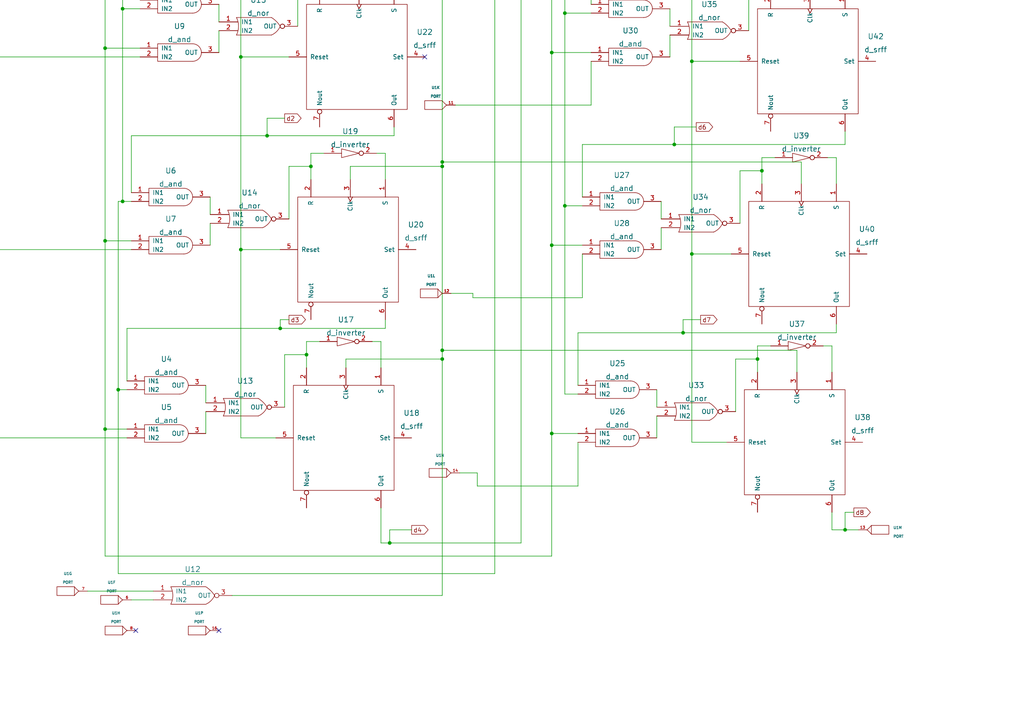
<source format=kicad_sch>
(kicad_sch (version 20211123) (generator eeschema)

  (uuid a3d0a278-0ed0-47b0-8bbb-f50ae86a0c54)

  (paper "A4")

  (lib_symbols
    (symbol "eSim_Digital:d_and" (pin_names (offset 1.016)) (in_bom yes) (on_board yes)
      (property "Reference" "U" (id 0) (at 0 0 0)
        (effects (font (size 1.524 1.524)))
      )
      (property "Value" "d_and" (id 1) (at 1.27 2.54 0)
        (effects (font (size 1.524 1.524)))
      )
      (property "Footprint" "" (id 2) (at 0 0 0)
        (effects (font (size 1.524 1.524)))
      )
      (property "Datasheet" "" (id 3) (at 0 0 0)
        (effects (font (size 1.524 1.524)))
      )
      (symbol "d_and_0_1"
        (polyline
          (pts
            (xy 3.81 -1.27)
            (xy -6.35 -1.27)
            (xy -6.35 3.81)
            (xy 3.81 3.81)
          )
          (stroke (width 0) (type default) (color 0 0 0 0))
          (fill (type none))
        )
        (arc (start 3.81 -1.27) (mid 5.5897 -0.5171) (end 6.35 1.27)
          (stroke (width 0) (type default) (color 0 0 0 0))
          (fill (type none))
        )
        (arc (start 6.35 1.27) (mid 5.5971 3.0497) (end 3.81 3.81)
          (stroke (width 0) (type default) (color 0 0 0 0))
          (fill (type none))
        )
      )
      (symbol "d_and_1_1"
        (pin input line (at -11.43 2.54 0) (length 5.08)
          (name "IN1" (effects (font (size 1.27 1.27))))
          (number "1" (effects (font (size 1.27 1.27))))
        )
        (pin input line (at -11.43 0 0) (length 5.08)
          (name "IN2" (effects (font (size 1.27 1.27))))
          (number "2" (effects (font (size 1.27 1.27))))
        )
        (pin output line (at 11.43 1.27 180) (length 5.08)
          (name "OUT" (effects (font (size 1.27 1.27))))
          (number "3" (effects (font (size 1.27 1.27))))
        )
      )
    )
    (symbol "eSim_Digital:d_inverter" (pin_names (offset 1.016)) (in_bom yes) (on_board yes)
      (property "Reference" "U" (id 0) (at 0 -2.54 0)
        (effects (font (size 1.524 1.524)))
      )
      (property "Value" "d_inverter" (id 1) (at 0 3.81 0)
        (effects (font (size 1.524 1.524)))
      )
      (property "Footprint" "" (id 2) (at 1.27 -1.27 0)
        (effects (font (size 1.524 1.524)))
      )
      (property "Datasheet" "" (id 3) (at 1.27 -1.27 0)
        (effects (font (size 1.524 1.524)))
      )
      (symbol "d_inverter_0_1"
        (polyline
          (pts
            (xy -2.54 1.27)
            (xy -2.54 -1.27)
            (xy 2.54 0)
            (xy -2.54 1.27)
          )
          (stroke (width 0) (type default) (color 0 0 0 0))
          (fill (type none))
        )
      )
      (symbol "d_inverter_1_1"
        (pin input line (at -7.62 0 0) (length 5.08)
          (name "~" (effects (font (size 1.27 1.27))))
          (number "1" (effects (font (size 1.27 1.27))))
        )
        (pin output inverted (at 7.62 0 180) (length 5.08)
          (name "~" (effects (font (size 1.27 1.27))))
          (number "2" (effects (font (size 1.27 1.27))))
        )
      )
    )
    (symbol "eSim_Digital:d_nor" (pin_names (offset 1.016)) (in_bom yes) (on_board yes)
      (property "Reference" "U" (id 0) (at 0 0 0)
        (effects (font (size 1.524 1.524)))
      )
      (property "Value" "d_nor" (id 1) (at 1.27 2.54 0)
        (effects (font (size 1.524 1.524)))
      )
      (property "Footprint" "" (id 2) (at 0 0 0)
        (effects (font (size 1.524 1.524)))
      )
      (property "Datasheet" "" (id 3) (at 0 0 0)
        (effects (font (size 1.524 1.524)))
      )
      (symbol "d_nor_0_1"
        (arc (start -6.35 -1.27) (mid -5.7504 1.27) (end -6.35 3.81)
          (stroke (width 0) (type default) (color 0 0 0 0))
          (fill (type none))
        )
        (polyline
          (pts
            (xy -6.35 -1.27)
            (xy 3.81 -1.27)
          )
          (stroke (width 0) (type default) (color 0 0 0 0))
          (fill (type none))
        )
        (polyline
          (pts
            (xy -6.35 3.81)
            (xy 3.81 3.81)
          )
          (stroke (width 0) (type default) (color 0 0 0 0))
          (fill (type none))
        )
        (arc (start 3.81 -1.27) (mid 5.3181 -0.2399) (end 6.35 1.27)
          (stroke (width 0) (type default) (color 0 0 0 0))
          (fill (type none))
        )
        (arc (start 6.35 1.27) (mid 5.2222 2.6828) (end 3.81 3.81)
          (stroke (width 0) (type default) (color 0 0 0 0))
          (fill (type none))
        )
      )
      (symbol "d_nor_1_1"
        (pin input line (at -11.43 2.54 0) (length 5.461)
          (name "IN1" (effects (font (size 1.27 1.27))))
          (number "1" (effects (font (size 1.27 1.27))))
        )
        (pin input line (at -11.43 0 0) (length 5.461)
          (name "IN2" (effects (font (size 1.27 1.27))))
          (number "2" (effects (font (size 1.27 1.27))))
        )
        (pin output inverted (at 11.43 1.27 180) (length 5.08)
          (name "OUT" (effects (font (size 1.27 1.27))))
          (number "3" (effects (font (size 1.27 1.27))))
        )
      )
    )
    (symbol "eSim_Digital:d_srff" (pin_names (offset 1.016)) (in_bom yes) (on_board yes)
      (property "Reference" "U" (id 0) (at 0 0 0)
        (effects (font (size 1.524 1.524)))
      )
      (property "Value" "d_srff" (id 1) (at 1.27 3.81 0)
        (effects (font (size 1.524 1.524)))
      )
      (property "Footprint" "" (id 2) (at 0 0 0)
        (effects (font (size 1.524 1.524)))
      )
      (property "Datasheet" "" (id 3) (at 0 0 0)
        (effects (font (size 1.524 1.524)))
      )
      (symbol "d_srff_0_1"
        (rectangle (start 15.24 13.97) (end -15.24 -15.24)
          (stroke (width 0) (type default) (color 0 0 0 0))
          (fill (type none))
        )
      )
      (symbol "d_srff_1_1"
        (pin input line (at -20.32 10.16 0) (length 5.08)
          (name "S" (effects (font (size 1.27 1.27))))
          (number "1" (effects (font (size 1.27 1.27))))
        )
        (pin input line (at -20.32 -11.43 0) (length 5.08)
          (name "R" (effects (font (size 1.27 1.27))))
          (number "2" (effects (font (size 1.27 1.27))))
        )
        (pin input clock (at -20.32 0 0) (length 5.08)
          (name "Clk" (effects (font (size 1.27 1.27))))
          (number "3" (effects (font (size 1.27 1.27))))
        )
        (pin input line (at 0 19.05 270) (length 5.08)
          (name "Set" (effects (font (size 1.27 1.27))))
          (number "4" (effects (font (size 1.27 1.27))))
        )
        (pin input line (at 0 -20.32 90) (length 5.08)
          (name "Reset" (effects (font (size 1.27 1.27))))
          (number "5" (effects (font (size 1.27 1.27))))
        )
        (pin output line (at 20.32 10.16 180) (length 5.08)
          (name "Out" (effects (font (size 1.27 1.27))))
          (number "6" (effects (font (size 1.27 1.27))))
        )
        (pin output inverted (at 20.32 -11.43 180) (length 5.08)
          (name "Nout" (effects (font (size 1.27 1.27))))
          (number "7" (effects (font (size 1.27 1.27))))
        )
      )
    )
    (symbol "eSim_Miscellaneous:PORT" (pin_names (offset 1.016)) (in_bom yes) (on_board yes)
      (property "Reference" "U" (id 0) (at 1.27 2.54 0)
        (effects (font (size 0.762 0.762)))
      )
      (property "Value" "PORT" (id 1) (at 0 0 0)
        (effects (font (size 0.762 0.762)))
      )
      (property "Footprint" "" (id 2) (at 0 0 0)
        (effects (font (size 1.524 1.524)))
      )
      (property "Datasheet" "" (id 3) (at 0 0 0)
        (effects (font (size 1.524 1.524)))
      )
      (symbol "PORT_0_1"
        (rectangle (start -2.54 1.27) (end 2.54 -1.27)
          (stroke (width 0) (type default) (color 0 0 0 0))
          (fill (type none))
        )
        (arc (start 2.54 1.27) (mid 3.1355 0.5955) (end 3.81 0)
          (stroke (width 0) (type default) (color 0 0 0 0))
          (fill (type none))
        )
        (arc (start 3.81 0) (mid 3.1447 -0.6046) (end 2.54 -1.27)
          (stroke (width 0) (type default) (color 0 0 0 0))
          (fill (type none))
        )
      )
      (symbol "PORT_1_1"
        (pin bidirectional line (at 6.35 0 180) (length 2.54)
          (name "~" (effects (font (size 0.762 0.762))))
          (number "1" (effects (font (size 0.762 0.762))))
        )
      )
      (symbol "PORT_2_1"
        (pin bidirectional line (at 6.35 0 180) (length 2.54)
          (name "~" (effects (font (size 0.762 0.762))))
          (number "2" (effects (font (size 0.762 0.762))))
        )
      )
      (symbol "PORT_3_1"
        (pin bidirectional line (at 6.35 0 180) (length 2.54)
          (name "~" (effects (font (size 0.762 0.762))))
          (number "3" (effects (font (size 0.762 0.762))))
        )
      )
      (symbol "PORT_4_1"
        (pin bidirectional line (at 6.35 0 180) (length 2.54)
          (name "~" (effects (font (size 0.762 0.762))))
          (number "4" (effects (font (size 0.762 0.762))))
        )
      )
      (symbol "PORT_5_1"
        (pin bidirectional line (at 6.35 0 180) (length 2.54)
          (name "~" (effects (font (size 0.762 0.762))))
          (number "5" (effects (font (size 0.762 0.762))))
        )
      )
      (symbol "PORT_6_1"
        (pin bidirectional line (at 6.35 0 180) (length 2.54)
          (name "~" (effects (font (size 0.762 0.762))))
          (number "6" (effects (font (size 0.762 0.762))))
        )
      )
      (symbol "PORT_7_1"
        (pin bidirectional line (at 6.35 0 180) (length 2.54)
          (name "~" (effects (font (size 0.762 0.762))))
          (number "7" (effects (font (size 0.762 0.762))))
        )
      )
      (symbol "PORT_8_1"
        (pin bidirectional line (at 6.35 0 180) (length 2.54)
          (name "~" (effects (font (size 0.762 0.762))))
          (number "8" (effects (font (size 0.762 0.762))))
        )
      )
      (symbol "PORT_9_1"
        (pin bidirectional line (at 6.35 0 180) (length 2.54)
          (name "~" (effects (font (size 0.762 0.762))))
          (number "9" (effects (font (size 0.762 0.762))))
        )
      )
      (symbol "PORT_10_1"
        (pin bidirectional line (at 6.35 0 180) (length 2.54)
          (name "~" (effects (font (size 0.762 0.762))))
          (number "10" (effects (font (size 0.762 0.762))))
        )
      )
      (symbol "PORT_11_1"
        (pin bidirectional line (at 6.35 0 180) (length 2.54)
          (name "~" (effects (font (size 0.762 0.762))))
          (number "11" (effects (font (size 0.762 0.762))))
        )
      )
      (symbol "PORT_12_1"
        (pin bidirectional line (at 6.35 0 180) (length 2.54)
          (name "~" (effects (font (size 0.762 0.762))))
          (number "12" (effects (font (size 0.762 0.762))))
        )
      )
      (symbol "PORT_13_1"
        (pin bidirectional line (at 6.35 0 180) (length 2.54)
          (name "~" (effects (font (size 0.762 0.762))))
          (number "13" (effects (font (size 0.762 0.762))))
        )
      )
      (symbol "PORT_14_1"
        (pin bidirectional line (at 6.35 0 180) (length 2.54)
          (name "~" (effects (font (size 0.762 0.762))))
          (number "14" (effects (font (size 0.762 0.762))))
        )
      )
      (symbol "PORT_15_1"
        (pin bidirectional line (at 6.35 0 180) (length 2.54)
          (name "~" (effects (font (size 0.762 0.762))))
          (number "15" (effects (font (size 0.762 0.762))))
        )
      )
      (symbol "PORT_16_1"
        (pin bidirectional line (at 6.35 0 180) (length 2.54)
          (name "~" (effects (font (size 0.762 0.762))))
          (number "16" (effects (font (size 0.762 0.762))))
        )
      )
      (symbol "PORT_17_1"
        (pin bidirectional line (at 6.35 0 180) (length 2.54)
          (name "~" (effects (font (size 0.762 0.762))))
          (number "17" (effects (font (size 0.762 0.762))))
        )
      )
      (symbol "PORT_18_1"
        (pin bidirectional line (at 6.35 0 180) (length 2.54)
          (name "~" (effects (font (size 0.762 0.762))))
          (number "18" (effects (font (size 0.762 0.762))))
        )
      )
      (symbol "PORT_19_1"
        (pin bidirectional line (at 6.35 0 180) (length 2.54)
          (name "~" (effects (font (size 0.762 0.762))))
          (number "19" (effects (font (size 0.762 0.762))))
        )
      )
      (symbol "PORT_20_1"
        (pin bidirectional line (at 6.35 0 180) (length 2.54)
          (name "~" (effects (font (size 0.762 0.762))))
          (number "20" (effects (font (size 0.762 0.762))))
        )
      )
      (symbol "PORT_21_1"
        (pin bidirectional line (at 6.35 0 180) (length 2.54)
          (name "~" (effects (font (size 0.762 0.762))))
          (number "21" (effects (font (size 0.762 0.762))))
        )
      )
      (symbol "PORT_22_1"
        (pin bidirectional line (at 6.35 0 180) (length 2.54)
          (name "~" (effects (font (size 0.762 0.762))))
          (number "22" (effects (font (size 0.762 0.762))))
        )
      )
      (symbol "PORT_23_1"
        (pin bidirectional line (at 6.35 0 180) (length 2.54)
          (name "~" (effects (font (size 0.762 0.762))))
          (number "23" (effects (font (size 0.762 0.762))))
        )
      )
      (symbol "PORT_24_1"
        (pin bidirectional line (at 6.35 0 180) (length 2.54)
          (name "~" (effects (font (size 0.762 0.762))))
          (number "24" (effects (font (size 0.762 0.762))))
        )
      )
      (symbol "PORT_25_1"
        (pin bidirectional line (at 6.35 0 180) (length 2.54)
          (name "~" (effects (font (size 0.762 0.762))))
          (number "25" (effects (font (size 0.762 0.762))))
        )
      )
      (symbol "PORT_26_1"
        (pin bidirectional line (at 6.35 0 180) (length 2.54)
          (name "~" (effects (font (size 0.762 0.762))))
          (number "26" (effects (font (size 0.762 0.762))))
        )
      )
    )
  )

  (junction (at 92.71 -7.62) (diameter 0) (color 0 0 0 0)
    (uuid 00d0fb07-9b0b-4525-8d88-b04a15c2fa9b)
  )
  (junction (at 198.12 -12.7) (diameter 0) (color 0 0 0 0)
    (uuid 0388032c-621f-41ce-8d07-aabf58ca787f)
  )
  (junction (at 85.09 -77.47) (diameter 0) (color 0 0 0 0)
    (uuid 05bb104e-4c64-40de-8a4f-a431f50a692b)
  )
  (junction (at 35.56 2.54) (diameter 0) (color 0 0 0 0)
    (uuid 0c346e76-5c43-418d-bfa5-28cf1c9fff57)
  )
  (junction (at 201.93 -36.83) (diameter 0) (color 0 0 0 0)
    (uuid 1fc50b78-e3f3-4abe-b588-0a25813655c7)
  )
  (junction (at 245.11 153.67) (diameter 0) (color 0 0 0 0)
    (uuid 329f2538-d379-464f-a847-308cac8791e0)
  )
  (junction (at 30.48 69.85) (diameter 0) (color 0 0 0 0)
    (uuid 3a07dc62-912b-4306-9450-dd0631cfefbb)
  )
  (junction (at 88.9 102.87) (diameter 0) (color 0 0 0 0)
    (uuid 43cf8e69-03cc-4aae-966c-104d71147319)
  )
  (junction (at 81.28 95.25) (diameter 0) (color 0 0 0 0)
    (uuid 56c88b1d-0105-4133-8b3e-67e0cbe7a89e)
  )
  (junction (at 30.48 -40.64) (diameter 0) (color 0 0 0 0)
    (uuid 5756ac75-68d8-432e-99b2-f3a84dbbad5c)
  )
  (junction (at 167.64 -50.8) (diameter 0) (color 0 0 0 0)
    (uuid 5cc6fa13-b849-40dd-a059-89a25de94c44)
  )
  (junction (at 160.02 71.12) (diameter 0) (color 0 0 0 0)
    (uuid 67ab5560-64b5-40f1-87a5-0beb35375748)
  )
  (junction (at 128.27 -8.89) (diameter 0) (color 0 0 0 0)
    (uuid 6908a76d-acc7-42c8-9f61-7f178b3ad053)
  )
  (junction (at 219.71 104.14) (diameter 0) (color 0 0 0 0)
    (uuid 69d9f0b5-e943-49f5-a952-c627d228c6d9)
  )
  (junction (at 195.58 41.91) (diameter 0) (color 0 0 0 0)
    (uuid 74237236-9eb4-4050-9b73-25d327e7c6a7)
  )
  (junction (at 223.52 -6.35) (diameter 0) (color 0 0 0 0)
    (uuid 778650d0-d5e7-4a46-9bb1-092fa69a37d2)
  )
  (junction (at 128.27 46.99) (diameter 0) (color 0 0 0 0)
    (uuid 8184d0e3-1169-420b-b913-ef0b57c4b022)
  )
  (junction (at 128.27 -7.62) (diameter 0) (color 0 0 0 0)
    (uuid 825cea68-584d-4b99-8dee-323b561a4292)
  )
  (junction (at 198.12 96.52) (diameter 0) (color 0 0 0 0)
    (uuid 8530e376-d8dc-48cc-9f6a-e98c881a554d)
  )
  (junction (at 69.85 16.51) (diameter 0) (color 0 0 0 0)
    (uuid 860a290a-1528-4966-9651-09b76b9cb8da)
  )
  (junction (at 128.27 48.26) (diameter 0) (color 0 0 0 0)
    (uuid 872d327a-febe-486c-beb9-75a30d6ea9f4)
  )
  (junction (at 34.29 113.03) (diameter 0) (color 0 0 0 0)
    (uuid 8b83448e-7232-42d0-951b-20461e4edd06)
  )
  (junction (at 30.48 124.46) (diameter 0) (color 0 0 0 0)
    (uuid 8c41da64-cfe5-4654-9d27-4f9d4b302e2b)
  )
  (junction (at 160.02 15.24) (diameter 0) (color 0 0 0 0)
    (uuid 8dd36e2c-c485-4cd3-8c99-15c9332480df)
  )
  (junction (at 69.85 72.39) (diameter 0) (color 0 0 0 0)
    (uuid 905d2b4c-d2db-4ab5-8382-15295c53f521)
  )
  (junction (at 93.98 -62.23) (diameter 0) (color 0 0 0 0)
    (uuid 936570b8-c083-4784-8d85-3ff782b4e82d)
  )
  (junction (at 35.56 58.42) (diameter 0) (color 0 0 0 0)
    (uuid 993af045-5f2f-446c-94ea-71e61893676f)
  )
  (junction (at 200.66 17.78) (diameter 0) (color 0 0 0 0)
    (uuid a0efe5e2-a369-4b6a-979c-3a875761a53b)
  )
  (junction (at 224.79 -60.96) (diameter 0) (color 0 0 0 0)
    (uuid a4f0a2c7-1d5d-44f4-8225-109fc8ca71af)
  )
  (junction (at 128.27 -62.23) (diameter 0) (color 0 0 0 0)
    (uuid a5bfe063-8f8c-44a8-bc0b-77a3e958990e)
  )
  (junction (at 200.66 -15.24) (diameter 0) (color 0 0 0 0)
    (uuid a8c04087-bc37-4e04-9832-5afb41750294)
  )
  (junction (at 163.83 3.81) (diameter 0) (color 0 0 0 0)
    (uuid ae301104-d5a9-4ca8-89e4-2b41d1aa5316)
  )
  (junction (at 33.02 -40.64) (diameter 0) (color 0 0 0 0)
    (uuid b00265d4-a306-4e31-9593-5f39825b3e1c)
  )
  (junction (at 200.66 73.66) (diameter 0) (color 0 0 0 0)
    (uuid b2368efb-5dd0-4497-b1b0-08824512f5ae)
  )
  (junction (at 163.83 59.69) (diameter 0) (color 0 0 0 0)
    (uuid b997d374-5bc0-4ce7-86bd-e8ae40ae93a1)
  )
  (junction (at 128.27 104.14) (diameter 0) (color 0 0 0 0)
    (uuid bdcd2099-5cd0-4aa0-a64b-f4625ddc242f)
  )
  (junction (at 35.56 -52.07) (diameter 0) (color 0 0 0 0)
    (uuid c09d50c2-c627-4dfa-8116-99c53b2d8448)
  )
  (junction (at 113.03 157.48) (diameter 0) (color 0 0 0 0)
    (uuid c17a0a2f-0461-48e8-bd52-e94b84e2f800)
  )
  (junction (at 90.17 48.26) (diameter 0) (color 0 0 0 0)
    (uuid ca412378-7aec-4285-93e9-da55063dba24)
  )
  (junction (at 160.02 125.73) (diameter 0) (color 0 0 0 0)
    (uuid cf890c7b-0476-45ce-8601-2bf5e05d47fd)
  )
  (junction (at 78.74 -13.97) (diameter 0) (color 0 0 0 0)
    (uuid dbab83b1-cbab-4d9a-9520-d87925b12187)
  )
  (junction (at 77.47 39.37) (diameter 0) (color 0 0 0 0)
    (uuid e0208da3-23c7-4e3a-9962-f0527757dce4)
  )
  (junction (at 76.2 -38.1) (diameter 0) (color 0 0 0 0)
    (uuid e7f15b5a-af1c-4200-88b6-eb0d3632fe25)
  )
  (junction (at 220.98 49.53) (diameter 0) (color 0 0 0 0)
    (uuid edd104b2-1485-4db4-b8e5-bec900b6f284)
  )
  (junction (at 30.48 13.97) (diameter 0) (color 0 0 0 0)
    (uuid f13a1304-1313-4073-aa25-45ea1f08de25)
  )
  (junction (at 128.27 101.6) (diameter 0) (color 0 0 0 0)
    (uuid fad2749e-4ed2-4547-b6d8-c0012e170fdb)
  )

  (no_connect (at 123.19 16.51) (uuid 8297cd29-0fee-4929-b354-42ee27fbf848))
  (no_connect (at 124.46 -38.1) (uuid ac2c0e7b-df4b-495a-a2d2-c75b40b18ddf))
  (no_connect (at 39.37 182.88) (uuid cc3bd385-0389-4efd-9fb2-7c82a709ce2a))
  (no_connect (at 63.5 182.88) (uuid cf9c6417-23db-4e54-92cb-1e072ba28f99))

  (wire (pts (xy 59.69 111.76) (xy 59.69 116.84))
    (stroke (width 0) (type default) (color 0 0 0 0))
    (uuid 000d97a7-1446-4bb7-bb1d-394b3a818565)
  )
  (wire (pts (xy -44.45 -55.88) (xy -36.83 -55.88))
    (stroke (width 0) (type default) (color 0 0 0 0))
    (uuid 00188e06-71e0-4877-bb1c-0cdf522810f2)
  )
  (wire (pts (xy 30.48 161.29) (xy 30.48 124.46))
    (stroke (width 0) (type default) (color 0 0 0 0))
    (uuid 001a4dda-4da2-403d-a1a0-f0e6ace6f971)
  )
  (wire (pts (xy 87.63 -46.99) (xy 87.63 -62.23))
    (stroke (width 0) (type default) (color 0 0 0 0))
    (uuid 01bc1d8d-4b6a-4cdb-8028-60e39d54fb11)
  )
  (wire (pts (xy 69.85 -38.1) (xy 69.85 16.51))
    (stroke (width 0) (type default) (color 0 0 0 0))
    (uuid 02abda24-9ee7-498c-a45a-28cb8459a79b)
  )
  (wire (pts (xy 138.43 137.16) (xy 138.43 140.97))
    (stroke (width 0) (type default) (color 0 0 0 0))
    (uuid 02c41b62-a232-4ad2-99c6-922de358aa92)
  )
  (wire (pts (xy -36.83 127) (xy -36.83 125.73))
    (stroke (width 0) (type default) (color 0 0 0 0))
    (uuid 03426bd4-75c5-4c10-a97c-0a99a2bfb9a4)
  )
  (wire (pts (xy 246.38 -64.77) (xy 246.38 -57.15))
    (stroke (width 0) (type default) (color 0 0 0 0))
    (uuid 03a50675-8848-4fd9-a52a-a3bdd180ca3e)
  )
  (wire (pts (xy 236.22 -57.15) (xy 236.22 -62.23))
    (stroke (width 0) (type default) (color 0 0 0 0))
    (uuid 03e8ef97-4730-4ec5-8aea-ee0327231066)
  )
  (wire (pts (xy 82.55 102.87) (xy 88.9 102.87))
    (stroke (width 0) (type default) (color 0 0 0 0))
    (uuid 03eb09c3-7e53-4a30-962f-5bd2ed5beb5c)
  )
  (wire (pts (xy 88.9 102.87) (xy 88.9 106.68))
    (stroke (width 0) (type default) (color 0 0 0 0))
    (uuid 0468dd58-991a-42a1-8298-ca77b8bc0002)
  )
  (wire (pts (xy 198.12 -15.24) (xy 198.12 -12.7))
    (stroke (width 0) (type default) (color 0 0 0 0))
    (uuid 046b4c87-4122-467c-96c4-901857076a47)
  )
  (wire (pts (xy 40.64 2.54) (xy 35.56 2.54))
    (stroke (width 0) (type default) (color 0 0 0 0))
    (uuid 0577ee76-9d65-40d7-adc2-e712c504e942)
  )
  (wire (pts (xy 40.64 -13.97) (xy 40.64 0))
    (stroke (width 0) (type default) (color 0 0 0 0))
    (uuid 0724f528-3555-4f19-9e41-5dd897298eed)
  )
  (wire (pts (xy 160.02 125.73) (xy 160.02 161.29))
    (stroke (width 0) (type default) (color 0 0 0 0))
    (uuid 07ec3239-2544-4c14-a0e5-217257060dc4)
  )
  (wire (pts (xy 201.93 -36.83) (xy 200.66 -36.83))
    (stroke (width 0) (type default) (color 0 0 0 0))
    (uuid 0810dd55-3a62-4953-9872-6eacb21f32d1)
  )
  (wire (pts (xy 195.58 41.91) (xy 168.91 41.91))
    (stroke (width 0) (type default) (color 0 0 0 0))
    (uuid 09a707fa-93ef-47ce-926e-66a85a91103c)
  )
  (wire (pts (xy 217.17 -6.35) (xy 223.52 -6.35))
    (stroke (width 0) (type default) (color 0 0 0 0))
    (uuid 0c9fd21b-b806-4061-bdb0-c27c16cbc655)
  )
  (wire (pts (xy 240.03 45.72) (xy 242.57 45.72))
    (stroke (width 0) (type default) (color 0 0 0 0))
    (uuid 0d8138b8-c328-4c1a-bf55-e1af2a821145)
  )
  (wire (pts (xy 151.13 157.48) (xy 151.13 -53.34))
    (stroke (width 0) (type default) (color 0 0 0 0))
    (uuid 0f0a7549-88c5-45bc-8d22-eb0afb4e9fa5)
  )
  (wire (pts (xy 201.93 36.83) (xy 195.58 36.83))
    (stroke (width 0) (type default) (color 0 0 0 0))
    (uuid 0ff0194d-0585-4bb0-8d6e-e735aeaf5ea4)
  )
  (wire (pts (xy 134.62 -24.13) (xy 172.72 -24.13))
    (stroke (width 0) (type default) (color 0 0 0 0))
    (uuid 108ea17a-0cf3-4ce7-b5a2-d643f2d2147f)
  )
  (wire (pts (xy 92.71 99.06) (xy 88.9 99.06))
    (stroke (width 0) (type default) (color 0 0 0 0))
    (uuid 109f5b0f-38db-4ceb-a630-ec8c958f3d6f)
  )
  (wire (pts (xy 231.14 107.95) (xy 231.14 101.6))
    (stroke (width 0) (type default) (color 0 0 0 0))
    (uuid 10f1573f-6790-4179-a6f4-79732a6f5018)
  )
  (wire (pts (xy 38.1 55.88) (xy 38.1 39.37))
    (stroke (width 0) (type default) (color 0 0 0 0))
    (uuid 11631b35-de48-49b4-b0b2-d4a99b90c1e6)
  )
  (wire (pts (xy 34.29 -52.07) (xy 35.56 -52.07))
    (stroke (width 0) (type default) (color 0 0 0 0))
    (uuid 13c857ba-bb93-4071-984b-efb3719ffbc0)
  )
  (wire (pts (xy 33.02 -40.64) (xy 41.91 -40.64))
    (stroke (width 0) (type default) (color 0 0 0 0))
    (uuid 145a9c8a-5384-454d-b8ae-8054e099a055)
  )
  (wire (pts (xy 38.1 72.39) (xy -34.29 72.39))
    (stroke (width 0) (type default) (color 0 0 0 0))
    (uuid 154a7aab-d15b-486f-82e0-3cbb78158c11)
  )
  (wire (pts (xy 203.2 92.71) (xy 198.12 92.71))
    (stroke (width 0) (type default) (color 0 0 0 0))
    (uuid 1594a0bf-0f5d-4864-9b93-dbc72e799e22)
  )
  (wire (pts (xy 128.27 -62.23) (xy 128.27 -8.89))
    (stroke (width 0) (type default) (color 0 0 0 0))
    (uuid 15afa061-bd4e-4b4a-a02e-1a7ce69ab977)
  )
  (wire (pts (xy 101.6 52.07) (xy 101.6 48.26))
    (stroke (width 0) (type default) (color 0 0 0 0))
    (uuid 1612ff01-f5b8-44e0-8062-b539dc3fb8ba)
  )
  (wire (pts (xy 245.11 -10.16) (xy 245.11 -2.54))
    (stroke (width 0) (type default) (color 0 0 0 0))
    (uuid 180d0727-d172-4471-87ce-b7b7bf7be7c6)
  )
  (wire (pts (xy 223.52 -6.35) (xy 223.52 -2.54))
    (stroke (width 0) (type default) (color 0 0 0 0))
    (uuid 1839043d-20ab-4a1b-a534-ea3ea2c26647)
  )
  (wire (pts (xy 163.83 -50.8) (xy 163.83 3.81))
    (stroke (width 0) (type default) (color 0 0 0 0))
    (uuid 18d4fcfb-6fc1-455b-97cf-f6bae40ad322)
  )
  (wire (pts (xy 241.3 153.67) (xy 245.11 153.67))
    (stroke (width 0) (type default) (color 0 0 0 0))
    (uuid 1b595711-ca01-46dd-9d46-e614837b6c04)
  )
  (wire (pts (xy -43.18 -29.21) (xy 41.91 -29.21))
    (stroke (width 0) (type default) (color 0 0 0 0))
    (uuid 1baedfda-1c92-4435-a939-240b16ad6a82)
  )
  (wire (pts (xy 83.82 48.26) (xy 90.17 48.26))
    (stroke (width 0) (type default) (color 0 0 0 0))
    (uuid 1bf1cd51-ed6c-4fe9-a36b-c46734e18169)
  )
  (wire (pts (xy 200.66 -15.24) (xy 198.12 -15.24))
    (stroke (width 0) (type default) (color 0 0 0 0))
    (uuid 1caa371d-efb1-46ec-95e2-af084dde2a17)
  )
  (wire (pts (xy 111.76 44.45) (xy 111.76 52.07))
    (stroke (width 0) (type default) (color 0 0 0 0))
    (uuid 1f74a1a4-15d1-4c60-ba35-dbac5d18764f)
  )
  (wire (pts (xy 191.77 66.04) (xy 191.77 72.39))
    (stroke (width 0) (type default) (color 0 0 0 0))
    (uuid 1fac414d-2291-45a0-a73c-7042cb7fe4a8)
  )
  (wire (pts (xy 119.38 153.67) (xy 113.03 153.67))
    (stroke (width 0) (type default) (color 0 0 0 0))
    (uuid 1fc04799-b0c7-4ebf-b9f5-de6a2523e34b)
  )
  (wire (pts (xy 143.51 -57.15) (xy 143.51 166.37))
    (stroke (width 0) (type default) (color 0 0 0 0))
    (uuid 1fe6892c-8848-4fbe-a5bc-290a4a36398c)
  )
  (wire (pts (xy 107.95 99.06) (xy 110.49 99.06))
    (stroke (width 0) (type default) (color 0 0 0 0))
    (uuid 2074ed58-f876-4d91-a180-e27e363a0fa6)
  )
  (wire (pts (xy 191.77 58.42) (xy 191.77 63.5))
    (stroke (width 0) (type default) (color 0 0 0 0))
    (uuid 2295b820-f2eb-4ba5-adce-145532e57b13)
  )
  (wire (pts (xy 138.43 140.97) (xy 167.64 140.97))
    (stroke (width 0) (type default) (color 0 0 0 0))
    (uuid 229cd343-9253-4eea-b17b-9450156ccada)
  )
  (wire (pts (xy 86.36 7.62) (xy 86.36 -7.62))
    (stroke (width 0) (type default) (color 0 0 0 0))
    (uuid 23d3f4cf-b049-4e95-90fd-12732dcd708f)
  )
  (wire (pts (xy 236.22 -62.23) (xy 128.27 -62.23))
    (stroke (width 0) (type default) (color 0 0 0 0))
    (uuid 241f00e7-e5a4-4830-84fa-ba1e8067d759)
  )
  (wire (pts (xy 41.91 -38.1) (xy 41.91 -29.21))
    (stroke (width 0) (type default) (color 0 0 0 0))
    (uuid 26c20834-f2ec-4d59-9dcc-a4c495a8f139)
  )
  (wire (pts (xy 82.55 34.29) (xy 77.47 34.29))
    (stroke (width 0) (type default) (color 0 0 0 0))
    (uuid 2822a6f3-6c98-44e4-8630-8358fd71341c)
  )
  (wire (pts (xy 110.49 157.48) (xy 113.03 157.48))
    (stroke (width 0) (type default) (color 0 0 0 0))
    (uuid 289de23e-782e-4be9-87da-069733451b06)
  )
  (wire (pts (xy 220.98 49.53) (xy 220.98 53.34))
    (stroke (width 0) (type default) (color 0 0 0 0))
    (uuid 2978ffa3-6b80-4f97-b506-4dad601e30d0)
  )
  (wire (pts (xy 215.9 -36.83) (xy 201.93 -36.83))
    (stroke (width 0) (type default) (color 0 0 0 0))
    (uuid 2997a250-0112-4a8f-b643-444206a08a3b)
  )
  (wire (pts (xy 33.02 -45.72) (xy 33.02 -40.64))
    (stroke (width 0) (type default) (color 0 0 0 0))
    (uuid 29b0a6cd-2011-4d65-a8d9-25b111064b24)
  )
  (wire (pts (xy 242.57 45.72) (xy 242.57 53.34))
    (stroke (width 0) (type default) (color 0 0 0 0))
    (uuid 2a4fed07-b9f5-47ad-817c-879c39ff59d6)
  )
  (wire (pts (xy 110.49 99.06) (xy 110.49 106.68))
    (stroke (width 0) (type default) (color 0 0 0 0))
    (uuid 2ae69133-6858-4485-958b-5b2baa0d97a5)
  )
  (wire (pts (xy 219.71 100.33) (xy 219.71 104.14))
    (stroke (width 0) (type default) (color 0 0 0 0))
    (uuid 2be75709-0bf0-45f4-a94b-9309d200fabb)
  )
  (wire (pts (xy 201.93 -77.47) (xy 201.93 -36.83))
    (stroke (width 0) (type default) (color 0 0 0 0))
    (uuid 2e75dad2-699e-4962-865f-66ff393a1c3d)
  )
  (wire (pts (xy 245.11 148.59) (xy 245.11 153.67))
    (stroke (width 0) (type default) (color 0 0 0 0))
    (uuid 2f5b690f-0fa5-446d-8f59-6cd17570e78a)
  )
  (wire (pts (xy 113.03 -66.04) (xy 115.57 -66.04))
    (stroke (width 0) (type default) (color 0 0 0 0))
    (uuid 30dabb3b-5bba-47aa-8f02-66c5cc559c16)
  )
  (wire (pts (xy 195.58 -44.45) (xy 195.58 -38.1))
    (stroke (width 0) (type default) (color 0 0 0 0))
    (uuid 34e0851f-82e1-4ffe-ba9e-556ff17fb46e)
  )
  (wire (pts (xy 69.85 127) (xy 69.85 72.39))
    (stroke (width 0) (type default) (color 0 0 0 0))
    (uuid 3552f5f0-118a-407e-8135-578ca5f44d94)
  )
  (wire (pts (xy 105.41 -62.23) (xy 128.27 -62.23))
    (stroke (width 0) (type default) (color 0 0 0 0))
    (uuid 36d90226-c5aa-4de9-b483-b5df0d6311a5)
  )
  (wire (pts (xy 41.91 -54.61) (xy -36.83 -54.61))
    (stroke (width 0) (type default) (color 0 0 0 0))
    (uuid 39f4ae8e-bc3e-4843-89bc-b4f9fdcad7d2)
  )
  (wire (pts (xy 115.57 -66.04) (xy 115.57 -58.42))
    (stroke (width 0) (type default) (color 0 0 0 0))
    (uuid 3a1d775b-87ac-4857-9066-5e074725d61c)
  )
  (wire (pts (xy 172.72 -36.83) (xy 172.72 -24.13))
    (stroke (width 0) (type default) (color 0 0 0 0))
    (uuid 3aa40ffb-a6cd-41b4-a381-2adc0ff780c8)
  )
  (wire (pts (xy 168.91 59.69) (xy 163.83 59.69))
    (stroke (width 0) (type default) (color 0 0 0 0))
    (uuid 3b580296-2e8b-4366-abb3-a0df6edc3a68)
  )
  (wire (pts (xy 245.11 41.91) (xy 195.58 41.91))
    (stroke (width 0) (type default) (color 0 0 0 0))
    (uuid 3cf256dd-9f81-4c13-a962-3666f5251257)
  )
  (wire (pts (xy -39.37 -40.64) (xy 13.97 -40.64))
    (stroke (width 0) (type default) (color 0 0 0 0))
    (uuid 3d5a9c44-e2d4-4006-9659-f11f4df1fb6d)
  )
  (wire (pts (xy 224.79 -64.77) (xy 224.79 -60.96))
    (stroke (width 0) (type default) (color 0 0 0 0))
    (uuid 3d8fc145-8a88-4ec6-9727-0eb5215a93c9)
  )
  (wire (pts (xy 246.38 -16.51) (xy 246.38 -12.7))
    (stroke (width 0) (type default) (color 0 0 0 0))
    (uuid 3e14bd86-d7b9-4e82-942e-1eaa90af2c9f)
  )
  (wire (pts (xy 238.76 100.33) (xy 241.3 100.33))
    (stroke (width 0) (type default) (color 0 0 0 0))
    (uuid 405f460f-be3e-45c3-9658-30a5aa830633)
  )
  (wire (pts (xy 241.3 100.33) (xy 241.3 107.95))
    (stroke (width 0) (type default) (color 0 0 0 0))
    (uuid 420a0d4a-63ef-401a-ab33-6cf8f2fc8ec0)
  )
  (wire (pts (xy 82.55 118.11) (xy 82.55 102.87))
    (stroke (width 0) (type default) (color 0 0 0 0))
    (uuid 424263f2-5cfc-44f7-b026-bd7cd922b20d)
  )
  (wire (pts (xy 82.55 -17.78) (xy 78.74 -17.78))
    (stroke (width 0) (type default) (color 0 0 0 0))
    (uuid 4267c4d6-4270-4074-98d8-2237f1c6d52b)
  )
  (wire (pts (xy 114.3 39.37) (xy 114.3 36.83))
    (stroke (width 0) (type default) (color 0 0 0 0))
    (uuid 433202b1-82af-4008-ba1f-46ea1885ff85)
  )
  (wire (pts (xy -45.72 73.66) (xy -34.29 73.66))
    (stroke (width 0) (type default) (color 0 0 0 0))
    (uuid 4469ad61-36e8-460e-92a6-a061afab0cc8)
  )
  (wire (pts (xy 36.83 95.25) (xy 81.28 95.25))
    (stroke (width 0) (type default) (color 0 0 0 0))
    (uuid 44bfd0f5-ac31-42b5-b689-a880d287570e)
  )
  (wire (pts (xy -36.83 -55.88) (xy -36.83 -54.61))
    (stroke (width 0) (type default) (color 0 0 0 0))
    (uuid 463b635e-d142-43fd-b1fd-e9d78156a36c)
  )
  (wire (pts (xy 163.83 59.69) (xy 163.83 114.3))
    (stroke (width 0) (type default) (color 0 0 0 0))
    (uuid 47ef7043-c885-4b30-9c05-c33042298dba)
  )
  (wire (pts (xy 246.38 -12.7) (xy 198.12 -12.7))
    (stroke (width 0) (type default) (color 0 0 0 0))
    (uuid 47ff98d7-211f-4091-b492-f4d7e005b3cc)
  )
  (wire (pts (xy 195.58 36.83) (xy 195.58 41.91))
    (stroke (width 0) (type default) (color 0 0 0 0))
    (uuid 4a0ce02a-d23d-4387-9029-42c760234630)
  )
  (wire (pts (xy 76.2 -38.1) (xy 69.85 -38.1))
    (stroke (width 0) (type default) (color 0 0 0 0))
    (uuid 4aa08fe6-fe50-43be-b3dd-916d7ce3569f)
  )
  (wire (pts (xy 63.5 8.89) (xy 63.5 15.24))
    (stroke (width 0) (type default) (color 0 0 0 0))
    (uuid 4add13df-caa6-484f-afa7-6cae32d2f46b)
  )
  (wire (pts (xy 130.81 85.09) (xy 137.16 85.09))
    (stroke (width 0) (type default) (color 0 0 0 0))
    (uuid 4bc51a71-af5f-41af-9a95-3dbc9e859afd)
  )
  (wire (pts (xy 167.64 96.52) (xy 198.12 96.52))
    (stroke (width 0) (type default) (color 0 0 0 0))
    (uuid 4dad5760-d6a3-406a-b3f1-257960fa00eb)
  )
  (wire (pts (xy 64.77 -45.72) (xy 64.77 -39.37))
    (stroke (width 0) (type default) (color 0 0 0 0))
    (uuid 4f7eb283-3f42-4f32-a571-9d534c383445)
  )
  (wire (pts (xy 96.52 -11.43) (xy 92.71 -11.43))
    (stroke (width 0) (type default) (color 0 0 0 0))
    (uuid 4fc01176-f6db-401b-bfdb-ae5e62ea635f)
  )
  (wire (pts (xy 60.96 64.77) (xy 60.96 71.12))
    (stroke (width 0) (type default) (color 0 0 0 0))
    (uuid 534537b9-fe2a-4746-bb17-0b325c381e56)
  )
  (wire (pts (xy 128.27 104.14) (xy 128.27 172.72))
    (stroke (width 0) (type default) (color 0 0 0 0))
    (uuid 53c034a0-6285-48ad-a006-783a162e5615)
  )
  (wire (pts (xy 242.57 96.52) (xy 242.57 93.98))
    (stroke (width 0) (type default) (color 0 0 0 0))
    (uuid 53f07e9b-0afb-4a11-b2b5-ca08acbff39c)
  )
  (wire (pts (xy 81.28 92.71) (xy 81.28 95.25))
    (stroke (width 0) (type default) (color 0 0 0 0))
    (uuid 549d6fed-ec37-4bbf-934d-ceb218ca703b)
  )
  (wire (pts (xy 90.17 44.45) (xy 90.17 48.26))
    (stroke (width 0) (type default) (color 0 0 0 0))
    (uuid 558f425f-acc5-4207-986c-eb6d6ce5e1cd)
  )
  (wire (pts (xy 109.22 44.45) (xy 111.76 44.45))
    (stroke (width 0) (type default) (color 0 0 0 0))
    (uuid 57429fe1-72d8-4504-85b7-495dbea38379)
  )
  (wire (pts (xy 223.52 100.33) (xy 219.71 100.33))
    (stroke (width 0) (type default) (color 0 0 0 0))
    (uuid 5805f063-5104-49cf-8c7c-56ff9f42384e)
  )
  (wire (pts (xy 195.58 -52.07) (xy 195.58 -46.99))
    (stroke (width 0) (type default) (color 0 0 0 0))
    (uuid 589088e0-dfbb-40de-9ec7-339cb6cb734c)
  )
  (wire (pts (xy 92.71 -7.62) (xy 92.71 -3.81))
    (stroke (width 0) (type default) (color 0 0 0 0))
    (uuid 5b1667c3-6032-4943-8fba-235255d98705)
  )
  (wire (pts (xy 69.85 16.51) (xy 69.85 72.39))
    (stroke (width 0) (type default) (color 0 0 0 0))
    (uuid 5b5fe2d8-4741-4ad1-92f3-638658c25c02)
  )
  (wire (pts (xy 194.31 2.54) (xy 194.31 7.62))
    (stroke (width 0) (type default) (color 0 0 0 0))
    (uuid 5c99fb8f-0efe-47f0-9c64-dc96575ab53e)
  )
  (wire (pts (xy 210.82 128.27) (xy 200.66 128.27))
    (stroke (width 0) (type default) (color 0 0 0 0))
    (uuid 5eb136d6-5142-4bb0-8269-25de77732855)
  )
  (wire (pts (xy 77.47 39.37) (xy 114.3 39.37))
    (stroke (width 0) (type default) (color 0 0 0 0))
    (uuid 60fce227-3568-483f-b2e0-50ec62eed738)
  )
  (wire (pts (xy 167.64 111.76) (xy 167.64 96.52))
    (stroke (width 0) (type default) (color 0 0 0 0))
    (uuid 62fac2e3-e288-471e-aad7-6243bf5b36e4)
  )
  (wire (pts (xy 100.33 104.14) (xy 128.27 104.14))
    (stroke (width 0) (type default) (color 0 0 0 0))
    (uuid 6465c862-af5e-4463-b34a-4a5c26a65b0c)
  )
  (wire (pts (xy 167.64 125.73) (xy 160.02 125.73))
    (stroke (width 0) (type default) (color 0 0 0 0))
    (uuid 671539b7-c11c-4895-bdab-2e9011b00a5b)
  )
  (wire (pts (xy 171.45 15.24) (xy 160.02 15.24))
    (stroke (width 0) (type default) (color 0 0 0 0))
    (uuid 67635fe1-ee9b-404e-acde-f08cfaabe13e)
  )
  (wire (pts (xy 38.1 69.85) (xy 30.48 69.85))
    (stroke (width 0) (type default) (color 0 0 0 0))
    (uuid 676bd9ab-c844-4414-bb82-c388fe9e221e)
  )
  (wire (pts (xy 160.02 161.29) (xy 30.48 161.29))
    (stroke (width 0) (type default) (color 0 0 0 0))
    (uuid 69610326-a210-41a1-a067-e94aecb1a5a3)
  )
  (wire (pts (xy 151.13 -53.34) (xy 172.72 -53.34))
    (stroke (width 0) (type default) (color 0 0 0 0))
    (uuid 6b823e25-de7b-4c9b-90cf-6daebcd5a8b2)
  )
  (wire (pts (xy 19.05 -45.72) (xy 33.02 -45.72))
    (stroke (width 0) (type default) (color 0 0 0 0))
    (uuid 6df4b277-9627-4529-bc9d-1e16230595e6)
  )
  (wire (pts (xy 59.69 119.38) (xy 59.69 125.73))
    (stroke (width 0) (type default) (color 0 0 0 0))
    (uuid 6dfc4cc5-d963-405d-99d4-e33f904e5445)
  )
  (wire (pts (xy 172.72 -39.37) (xy 160.02 -39.37))
    (stroke (width 0) (type default) (color 0 0 0 0))
    (uuid 6e1ced78-9095-4321-90e3-bb286c5710e9)
  )
  (wire (pts (xy 115.57 -13.97) (xy 78.74 -13.97))
    (stroke (width 0) (type default) (color 0 0 0 0))
    (uuid 6e38da6c-6377-4ac4-b9a2-f5532ee32cd6)
  )
  (wire (pts (xy 137.16 86.36) (xy 168.91 86.36))
    (stroke (width 0) (type default) (color 0 0 0 0))
    (uuid 6fa2d904-e294-4562-8411-cab663a9f83f)
  )
  (wire (pts (xy 104.14 -7.62) (xy 128.27 -7.62))
    (stroke (width 0) (type default) (color 0 0 0 0))
    (uuid 726b50fd-00d9-47af-8672-50d78764997c)
  )
  (wire (pts (xy 111.76 95.25) (xy 111.76 92.71))
    (stroke (width 0) (type default) (color 0 0 0 0))
    (uuid 75211af1-713a-4640-b5d8-bb0ba4a5b536)
  )
  (wire (pts (xy 78.74 -13.97) (xy 40.64 -13.97))
    (stroke (width 0) (type default) (color 0 0 0 0))
    (uuid 76afdd9a-454a-480a-8e09-cb70f8266093)
  )
  (wire (pts (xy 228.6 -64.77) (xy 224.79 -64.77))
    (stroke (width 0) (type default) (color 0 0 0 0))
    (uuid 7709fea8-d82d-4399-88f6-d8d169262adb)
  )
  (wire (pts (xy 34.29 58.42) (xy 35.56 58.42))
    (stroke (width 0) (type default) (color 0 0 0 0))
    (uuid 773bbc95-9ac4-4533-9065-0b7d923e540b)
  )
  (wire (pts (xy 214.63 64.77) (xy 214.63 49.53))
    (stroke (width 0) (type default) (color 0 0 0 0))
    (uuid 782e5255-cf66-40ed-bccc-443d8f5ee538)
  )
  (wire (pts (xy 219.71 104.14) (xy 219.71 107.95))
    (stroke (width 0) (type default) (color 0 0 0 0))
    (uuid 7a230f41-2797-40a1-97ce-d84539a0238d)
  )
  (wire (pts (xy 83.82 63.5) (xy 83.82 48.26))
    (stroke (width 0) (type default) (color 0 0 0 0))
    (uuid 7cc20184-a354-4247-a8be-a5287a926235)
  )
  (wire (pts (xy 76.2 -67.31) (xy 76.2 -38.1))
    (stroke (width 0) (type default) (color 0 0 0 0))
    (uuid 7d963830-5ff6-4857-ad17-852823a68ca2)
  )
  (wire (pts (xy 80.01 127) (xy 69.85 127))
    (stroke (width 0) (type default) (color 0 0 0 0))
    (uuid 7eb17519-be78-438b-a903-874365bff0e4)
  )
  (wire (pts (xy 110.49 147.32) (xy 110.49 157.48))
    (stroke (width 0) (type default) (color 0 0 0 0))
    (uuid 7ef32a04-df9d-43a2-a0bf-02964453c33b)
  )
  (wire (pts (xy -36.83 127) (xy 36.83 127))
    (stroke (width 0) (type default) (color 0 0 0 0))
    (uuid 80782006-f2f0-4746-a31c-b7bdb3bde76b)
  )
  (wire (pts (xy 143.51 166.37) (xy 34.29 166.37))
    (stroke (width 0) (type default) (color 0 0 0 0))
    (uuid 809521cb-8eaa-4f15-ba42-461f89bd6942)
  )
  (wire (pts (xy 168.91 71.12) (xy 160.02 71.12))
    (stroke (width 0) (type default) (color 0 0 0 0))
    (uuid 80a8598a-665f-4aaf-a254-77f712888b3d)
  )
  (wire (pts (xy 81.28 95.25) (xy 111.76 95.25))
    (stroke (width 0) (type default) (color 0 0 0 0))
    (uuid 80de0c26-0785-48f5-981e-351499d224fa)
  )
  (wire (pts (xy 88.9 99.06) (xy 88.9 102.87))
    (stroke (width 0) (type default) (color 0 0 0 0))
    (uuid 80f62b40-d73d-44c2-978a-23012e7a2cf9)
  )
  (wire (pts (xy 86.36 -7.62) (xy 92.71 -7.62))
    (stroke (width 0) (type default) (color 0 0 0 0))
    (uuid 84036f04-a95f-48e8-8524-ea4c81cc071b)
  )
  (wire (pts (xy 247.65 148.59) (xy 245.11 148.59))
    (stroke (width 0) (type default) (color 0 0 0 0))
    (uuid 843d3b7c-970b-4f06-9bfd-0c95823b2400)
  )
  (wire (pts (xy 171.45 3.81) (xy 163.83 3.81))
    (stroke (width 0) (type default) (color 0 0 0 0))
    (uuid 85b652a9-1869-4919-af8b-37e502bc01b2)
  )
  (wire (pts (xy 34.29 113.03) (xy 34.29 58.42))
    (stroke (width 0) (type default) (color 0 0 0 0))
    (uuid 85f4bc51-bcba-4d65-a57c-f4b3af988327)
  )
  (wire (pts (xy 223.52 -10.16) (xy 223.52 -6.35))
    (stroke (width 0) (type default) (color 0 0 0 0))
    (uuid 86adfc0d-f39f-41b4-888e-56601e0fffae)
  )
  (wire (pts (xy 128.27 -8.89) (xy 128.27 -7.62))
    (stroke (width 0) (type default) (color 0 0 0 0))
    (uuid 8a1901f0-60e5-436d-b3d2-1b863551cc98)
  )
  (wire (pts (xy 113.03 157.48) (xy 151.13 157.48))
    (stroke (width 0) (type default) (color 0 0 0 0))
    (uuid 8b1e4f73-fd81-465a-87f6-1ae2c6ca3459)
  )
  (wire (pts (xy 128.27 48.26) (xy 128.27 101.6))
    (stroke (width 0) (type default) (color 0 0 0 0))
    (uuid 8b431d85-4f5c-49e1-ad2b-babf5c0c8312)
  )
  (wire (pts (xy 137.16 85.09) (xy 137.16 86.36))
    (stroke (width 0) (type default) (color 0 0 0 0))
    (uuid 8c988eab-106d-47ce-a757-dc04130638d5)
  )
  (wire (pts (xy 242.57 -10.16) (xy 245.11 -10.16))
    (stroke (width 0) (type default) (color 0 0 0 0))
    (uuid 8d149aa0-6bc0-4a3d-9173-4685b41c3863)
  )
  (wire (pts (xy 35.56 -52.07) (xy 41.91 -52.07))
    (stroke (width 0) (type default) (color 0 0 0 0))
    (uuid 8f0bf052-d161-462c-bc3f-9d3a8cf963a4)
  )
  (wire (pts (xy 234.95 -8.89) (xy 234.95 -2.54))
    (stroke (width 0) (type default) (color 0 0 0 0))
    (uuid 8f5c2d75-51e1-4e7d-a0c6-bfd658cb8db6)
  )
  (wire (pts (xy 69.85 72.39) (xy 81.28 72.39))
    (stroke (width 0) (type default) (color 0 0 0 0))
    (uuid 904583aa-aa6b-4c54-8386-f428d86993bc)
  )
  (wire (pts (xy 248.92 153.67) (xy 245.11 153.67))
    (stroke (width 0) (type default) (color 0 0 0 0))
    (uuid 935ed5d2-5f0c-47f4-bc6c-e3f4ee4331f2)
  )
  (wire (pts (xy 200.66 -15.24) (xy 200.66 17.78))
    (stroke (width 0) (type default) (color 0 0 0 0))
    (uuid 95d1267d-cb40-4019-aa3d-1466f6332cf5)
  )
  (wire (pts (xy 172.72 -50.8) (xy 167.64 -50.8))
    (stroke (width 0) (type default) (color 0 0 0 0))
    (uuid 96270714-2f9e-4a5c-a19b-4f922fa31ba2)
  )
  (wire (pts (xy 77.47 34.29) (xy 77.47 39.37))
    (stroke (width 0) (type default) (color 0 0 0 0))
    (uuid 975e2c4d-884b-45f3-a216-0291410a06bf)
  )
  (wire (pts (xy 40.64 13.97) (xy 30.48 13.97))
    (stroke (width 0) (type default) (color 0 0 0 0))
    (uuid 97eeec1f-df8a-49a5-b4ba-a8f99b737829)
  )
  (wire (pts (xy 113.03 153.67) (xy 113.03 157.48))
    (stroke (width 0) (type default) (color 0 0 0 0))
    (uuid 9c7cfb26-e152-4676-8810-c3ddf295b11e)
  )
  (wire (pts (xy 198.12 -12.7) (xy 171.45 -12.7))
    (stroke (width 0) (type default) (color 0 0 0 0))
    (uuid 9c95a948-e1db-4c88-95be-60fc52af0271)
  )
  (wire (pts (xy 168.91 73.66) (xy 168.91 86.36))
    (stroke (width 0) (type default) (color 0 0 0 0))
    (uuid 9d282726-1758-46a8-8d3f-f93d5a5d9276)
  )
  (wire (pts (xy 241.3 148.59) (xy 241.3 153.67))
    (stroke (width 0) (type default) (color 0 0 0 0))
    (uuid 9db3dfb8-a8de-46dc-a9ba-7c51b2cc1e5b)
  )
  (wire (pts (xy -45.72 -77.47) (xy 85.09 -77.47))
    (stroke (width 0) (type default) (color 0 0 0 0))
    (uuid 9df66d96-038a-48c5-b68b-20fa8c39b4d1)
  )
  (wire (pts (xy 34.29 166.37) (xy 34.29 113.03))
    (stroke (width 0) (type default) (color 0 0 0 0))
    (uuid 9e57fac0-57db-49a7-895a-55d29b84494e)
  )
  (wire (pts (xy 200.66 73.66) (xy 212.09 73.66))
    (stroke (width 0) (type default) (color 0 0 0 0))
    (uuid 9f23f36c-a01f-454d-9d80-f4e6fbda63c5)
  )
  (wire (pts (xy 160.02 15.24) (xy 160.02 71.12))
    (stroke (width 0) (type default) (color 0 0 0 0))
    (uuid 9f64b9e1-4bfb-48c5-a4e6-aa0b13ad9b5d)
  )
  (wire (pts (xy 100.33 106.68) (xy 100.33 104.14))
    (stroke (width 0) (type default) (color 0 0 0 0))
    (uuid 9fa4816d-01f6-422a-a921-ec5624304e34)
  )
  (wire (pts (xy 30.48 69.85) (xy 30.48 13.97))
    (stroke (width 0) (type default) (color 0 0 0 0))
    (uuid 9fece883-f069-4a9d-81dc-615d3110bebd)
  )
  (wire (pts (xy 160.02 71.12) (xy 160.02 125.73))
    (stroke (width 0) (type default) (color 0 0 0 0))
    (uuid a08aa049-a658-4417-9316-c398e5e31a3a)
  )
  (wire (pts (xy -36.83 125.73) (xy -45.72 125.73))
    (stroke (width 0) (type default) (color 0 0 0 0))
    (uuid a156adb9-237a-45e3-93ee-d7b836f43149)
  )
  (wire (pts (xy 200.66 -36.83) (xy 200.66 -15.24))
    (stroke (width 0) (type default) (color 0 0 0 0))
    (uuid a665da8e-b619-4d79-bc05-4d19cd1cb5a3)
  )
  (wire (pts (xy 83.82 92.71) (xy 81.28 92.71))
    (stroke (width 0) (type default) (color 0 0 0 0))
    (uuid a6cba024-9fda-4ea5-aa18-b7d52ddc993c)
  )
  (wire (pts (xy 220.98 45.72) (xy 220.98 49.53))
    (stroke (width 0) (type default) (color 0 0 0 0))
    (uuid a867ee8e-3090-459b-a180-71da5e27e151)
  )
  (wire (pts (xy 63.5 1.27) (xy 63.5 6.35))
    (stroke (width 0) (type default) (color 0 0 0 0))
    (uuid a8987233-8799-4ada-aa21-f735f3d8eb92)
  )
  (wire (pts (xy 245.11 38.1) (xy 245.11 41.91))
    (stroke (width 0) (type default) (color 0 0 0 0))
    (uuid a8d873ff-6d30-4d2a-bf68-5b9eae4e6052)
  )
  (wire (pts (xy 217.17 8.89) (xy 217.17 -6.35))
    (stroke (width 0) (type default) (color 0 0 0 0))
    (uuid aab5a2f2-1c3c-4b99-b6cd-9e5a40a01376)
  )
  (wire (pts (xy 104.14 -3.81) (xy 104.14 -7.62))
    (stroke (width 0) (type default) (color 0 0 0 0))
    (uuid ac4e8fb6-f8f3-4b26-8ff7-41562a2b7179)
  )
  (wire (pts (xy 194.31 10.16) (xy 194.31 16.51))
    (stroke (width 0) (type default) (color 0 0 0 0))
    (uuid ad22900d-c514-465e-898e-8d9c96326eaf)
  )
  (wire (pts (xy 128.27 101.6) (xy 231.14 101.6))
    (stroke (width 0) (type default) (color 0 0 0 0))
    (uuid ade2c7d3-cb60-4f61-91b5-6a8a7ee29077)
  )
  (wire (pts (xy 36.83 110.49) (xy 36.83 95.25))
    (stroke (width 0) (type default) (color 0 0 0 0))
    (uuid afe461d3-50a5-4ec1-8a11-ce9a852471a5)
  )
  (wire (pts (xy 160.02 -39.37) (xy 160.02 15.24))
    (stroke (width 0) (type default) (color 0 0 0 0))
    (uuid b09ad90e-0502-42c6-b6bb-54208c3ff85f)
  )
  (wire (pts (xy 35.56 2.54) (xy 35.56 -52.07))
    (stroke (width 0) (type default) (color 0 0 0 0))
    (uuid b12c4cd0-dba0-4796-b6bd-56a34ae9d548)
  )
  (wire (pts (xy 128.27 172.72) (xy 67.31 172.72))
    (stroke (width 0) (type default) (color 0 0 0 0))
    (uuid b27eb456-8f59-4637-b0cd-6a98fa1ca881)
  )
  (wire (pts (xy 163.83 3.81) (xy 163.83 59.69))
    (stroke (width 0) (type default) (color 0 0 0 0))
    (uuid b3800a17-c3d4-4729-a917-3f2b9e10d412)
  )
  (wire (pts (xy 167.64 -50.8) (xy 167.64 -57.15))
    (stroke (width 0) (type default) (color 0 0 0 0))
    (uuid b3f61529-3b79-48d8-9ec5-acc8e48338de)
  )
  (wire (pts (xy -34.29 72.39) (xy -34.29 73.66))
    (stroke (width 0) (type default) (color 0 0 0 0))
    (uuid b48afb0d-ff75-4e50-b30f-672925444e6d)
  )
  (wire (pts (xy 190.5 120.65) (xy 190.5 127))
    (stroke (width 0) (type default) (color 0 0 0 0))
    (uuid b5959096-6b24-498e-aaeb-ccea2cf201c5)
  )
  (wire (pts (xy 111.76 -11.43) (xy 114.3 -11.43))
    (stroke (width 0) (type default) (color 0 0 0 0))
    (uuid b5eadbd6-1ada-4a1f-bfb4-00831a808d80)
  )
  (wire (pts (xy 36.83 113.03) (xy 34.29 113.03))
    (stroke (width 0) (type default) (color 0 0 0 0))
    (uuid b6b55bc9-46d2-4808-9f87-f2b33d71b22c)
  )
  (wire (pts (xy -41.91 16.51) (xy 40.64 16.51))
    (stroke (width 0) (type default) (color 0 0 0 0))
    (uuid b8440b52-d022-4816-b6b8-dabbbad1dd42)
  )
  (wire (pts (xy 85.09 -77.47) (xy 201.93 -77.47))
    (stroke (width 0) (type default) (color 0 0 0 0))
    (uuid b9ad2da2-c6cc-4985-82ed-0dac16b4b182)
  )
  (wire (pts (xy 114.3 -11.43) (xy 114.3 -3.81))
    (stroke (width 0) (type default) (color 0 0 0 0))
    (uuid ba0b4458-0830-41cd-8f82-63fbbf36f99d)
  )
  (wire (pts (xy 198.12 96.52) (xy 242.57 96.52))
    (stroke (width 0) (type default) (color 0 0 0 0))
    (uuid bc51b81c-9198-4de5-8725-e1e84eef0e9d)
  )
  (wire (pts (xy 64.77 -53.34) (xy 64.77 -48.26))
    (stroke (width 0) (type default) (color 0 0 0 0))
    (uuid bde2fdb0-da60-4a36-a7d1-524148cbc943)
  )
  (wire (pts (xy 224.79 -60.96) (xy 224.79 -57.15))
    (stroke (width 0) (type default) (color 0 0 0 0))
    (uuid c129c6d7-0646-4624-aaf1-9cfbd8e3c95d)
  )
  (wire (pts (xy 90.17 48.26) (xy 90.17 52.07))
    (stroke (width 0) (type default) (color 0 0 0 0))
    (uuid c171bb40-0795-4a77-84cd-2799995a1458)
  )
  (wire (pts (xy 171.45 17.78) (xy 171.45 30.48))
    (stroke (width 0) (type default) (color 0 0 0 0))
    (uuid c191a8ee-59d0-43d9-8ce4-02c635a03981)
  )
  (wire (pts (xy 128.27 -8.89) (xy 234.95 -8.89))
    (stroke (width 0) (type default) (color 0 0 0 0))
    (uuid c3f07758-beb7-4d09-aa39-cd4e8abc7eda)
  )
  (wire (pts (xy 168.91 41.91) (xy 168.91 57.15))
    (stroke (width 0) (type default) (color 0 0 0 0))
    (uuid c54e58e8-2aad-4bc5-a28a-182298b16824)
  )
  (wire (pts (xy 92.71 -11.43) (xy 92.71 -7.62))
    (stroke (width 0) (type default) (color 0 0 0 0))
    (uuid c6463006-9975-4ca2-b456-f7dbe6afe1e1)
  )
  (wire (pts (xy 36.83 124.46) (xy 30.48 124.46))
    (stroke (width 0) (type default) (color 0 0 0 0))
    (uuid c68dbf45-a8e7-4546-a934-89cd4886fe6e)
  )
  (wire (pts (xy 85.09 -67.31) (xy 76.2 -67.31))
    (stroke (width 0) (type default) (color 0 0 0 0))
    (uuid c8adc884-d91a-4aea-822d-870966cd3886)
  )
  (wire (pts (xy 30.48 -40.64) (xy 33.02 -40.64))
    (stroke (width 0) (type default) (color 0 0 0 0))
    (uuid ca130aad-246d-4aeb-bafc-d2f7eac624a5)
  )
  (wire (pts (xy 200.66 128.27) (xy 200.66 73.66))
    (stroke (width 0) (type default) (color 0 0 0 0))
    (uuid ca1b5893-2c85-4c46-a13f-c6b928d623ec)
  )
  (wire (pts (xy 224.79 45.72) (xy 220.98 45.72))
    (stroke (width 0) (type default) (color 0 0 0 0))
    (uuid cc865201-1d0f-486c-b95e-7287b6fe8814)
  )
  (wire (pts (xy 85.09 -38.1) (xy 76.2 -38.1))
    (stroke (width 0) (type default) (color 0 0 0 0))
    (uuid cd0d519b-c68e-45c6-b387-2c083a1f1646)
  )
  (wire (pts (xy 30.48 124.46) (xy 30.48 69.85))
    (stroke (width 0) (type default) (color 0 0 0 0))
    (uuid d00cfdd4-ee57-4921-b7a9-96f2e3fec184)
  )
  (wire (pts (xy 128.27 -7.62) (xy 128.27 46.99))
    (stroke (width 0) (type default) (color 0 0 0 0))
    (uuid d0d828fb-ab36-4e34-88b5-55a9509cc229)
  )
  (wire (pts (xy 213.36 119.38) (xy 213.36 104.14))
    (stroke (width 0) (type default) (color 0 0 0 0))
    (uuid d154f7d3-d9e9-4a7a-960a-6323f46d6170)
  )
  (wire (pts (xy 25.4 171.45) (xy 44.45 171.45))
    (stroke (width 0) (type default) (color 0 0 0 0))
    (uuid d2898588-51a2-470e-a93f-755943009463)
  )
  (wire (pts (xy 214.63 17.78) (xy 200.66 17.78))
    (stroke (width 0) (type default) (color 0 0 0 0))
    (uuid d418ca43-a444-4493-82aa-d2b6b7f123b9)
  )
  (wire (pts (xy 133.35 137.16) (xy 138.43 137.16))
    (stroke (width 0) (type default) (color 0 0 0 0))
    (uuid d5baa512-95e7-4665-b91b-18360baa3257)
  )
  (wire (pts (xy 214.63 49.53) (xy 220.98 49.53))
    (stroke (width 0) (type default) (color 0 0 0 0))
    (uuid d610adca-16ec-4527-9fec-d8c5bace6fa6)
  )
  (wire (pts (xy 218.44 -45.72) (xy 218.44 -60.96))
    (stroke (width 0) (type default) (color 0 0 0 0))
    (uuid d6a5f2ba-cb5a-43ac-ac1d-77b24c84466b)
  )
  (wire (pts (xy 163.83 114.3) (xy 167.64 114.3))
    (stroke (width 0) (type default) (color 0 0 0 0))
    (uuid d6d99694-7748-4e20-9e60-e5bf5958cba9)
  )
  (wire (pts (xy 198.12 92.71) (xy 198.12 96.52))
    (stroke (width 0) (type default) (color 0 0 0 0))
    (uuid d896bc63-87db-45bd-aef0-ed748b5dc6b8)
  )
  (wire (pts (xy 171.45 -12.7) (xy 171.45 1.27))
    (stroke (width 0) (type default) (color 0 0 0 0))
    (uuid d9ffc3c2-9349-43e8-b4ab-ecfb141efa9f)
  )
  (wire (pts (xy 132.08 30.48) (xy 171.45 30.48))
    (stroke (width 0) (type default) (color 0 0 0 0))
    (uuid db6546c6-6a83-499f-b6ba-f828d92f0021)
  )
  (wire (pts (xy 163.83 -50.8) (xy 167.64 -50.8))
    (stroke (width 0) (type default) (color 0 0 0 0))
    (uuid dbcc0686-9c28-4fe8-a03a-7b5369944cc9)
  )
  (wire (pts (xy 105.41 -58.42) (xy 105.41 -62.23))
    (stroke (width 0) (type default) (color 0 0 0 0))
    (uuid de548b99-b15d-43b5-b831-4da1674b51c6)
  )
  (wire (pts (xy 30.48 13.97) (xy 30.48 -40.64))
    (stroke (width 0) (type default) (color 0 0 0 0))
    (uuid dfef31eb-a824-41cb-aa3c-5297278dded3)
  )
  (wire (pts (xy 232.41 46.99) (xy 128.27 46.99))
    (stroke (width 0) (type default) (color 0 0 0 0))
    (uuid e1c0ca25-05ba-41c1-9f77-f20a458cdfb5)
  )
  (wire (pts (xy 38.1 173.99) (xy 44.45 173.99))
    (stroke (width 0) (type default) (color 0 0 0 0))
    (uuid e3707afd-85d9-4fff-937d-86a268ae461d)
  )
  (wire (pts (xy 29.21 -40.64) (xy 30.48 -40.64))
    (stroke (width 0) (type default) (color 0 0 0 0))
    (uuid e3844fb9-dbe7-4922-a470-aed3c6503ac2)
  )
  (wire (pts (xy 167.64 128.27) (xy 167.64 140.97))
    (stroke (width 0) (type default) (color 0 0 0 0))
    (uuid e593f535-9b24-4b10-a480-42dc15369b48)
  )
  (wire (pts (xy 83.82 16.51) (xy 69.85 16.51))
    (stroke (width 0) (type default) (color 0 0 0 0))
    (uuid e5de4d22-992f-4a86-b247-effbf71af199)
  )
  (wire (pts (xy 167.64 -57.15) (xy 143.51 -57.15))
    (stroke (width 0) (type default) (color 0 0 0 0))
    (uuid e69e156a-f4a9-4a55-91ed-eaa827b5191e)
  )
  (wire (pts (xy 35.56 58.42) (xy 35.56 2.54))
    (stroke (width 0) (type default) (color 0 0 0 0))
    (uuid e7c5e81b-74e6-443f-a803-69fe18674891)
  )
  (wire (pts (xy 128.27 46.99) (xy 128.27 48.26))
    (stroke (width 0) (type default) (color 0 0 0 0))
    (uuid e8116d4d-55bc-4761-9e9e-340ccea42f24)
  )
  (wire (pts (xy 93.98 -66.04) (xy 93.98 -62.23))
    (stroke (width 0) (type default) (color 0 0 0 0))
    (uuid ea23cc8a-87bf-4b6b-8594-47df549ae486)
  )
  (wire (pts (xy 93.98 44.45) (xy 90.17 44.45))
    (stroke (width 0) (type default) (color 0 0 0 0))
    (uuid eba51509-3fd1-48f7-becc-a78456bcae9d)
  )
  (wire (pts (xy 128.27 101.6) (xy 128.27 104.14))
    (stroke (width 0) (type default) (color 0 0 0 0))
    (uuid ebcefde1-64a8-4eba-848c-4ec5a00b63ec)
  )
  (wire (pts (xy 19.05 -52.07) (xy 19.05 -45.72))
    (stroke (width 0) (type default) (color 0 0 0 0))
    (uuid eec0c4a0-b25b-46da-81c1-4a2cf9ed6f62)
  )
  (wire (pts (xy 190.5 113.03) (xy 190.5 118.11))
    (stroke (width 0) (type default) (color 0 0 0 0))
    (uuid eefe31a1-8a45-4f72-b3e4-c2286a11e0d8)
  )
  (wire (pts (xy 227.33 -10.16) (xy 223.52 -10.16))
    (stroke (width 0) (type default) (color 0 0 0 0))
    (uuid f0ae6b2c-0e69-454c-aa53-aa4f14dc6acb)
  )
  (wire (pts (xy 101.6 48.26) (xy 128.27 48.26))
    (stroke (width 0) (type default) (color 0 0 0 0))
    (uuid f69da73e-1246-4b57-a3bf-5cf34f56fca4)
  )
  (wire (pts (xy 38.1 58.42) (xy 35.56 58.42))
    (stroke (width 0) (type default) (color 0 0 0 0))
    (uuid f6be3aee-4e45-4e9f-a7c6-46bfede2e0b6)
  )
  (wire (pts (xy 87.63 -62.23) (xy 93.98 -62.23))
    (stroke (width 0) (type default) (color 0 0 0 0))
    (uuid f74fe320-3a64-4c69-9b64-3e9973b77881)
  )
  (wire (pts (xy 97.79 -66.04) (xy 93.98 -66.04))
    (stroke (width 0) (type default) (color 0 0 0 0))
    (uuid faffafe4-6f34-4996-ba2c-a9477c502c25)
  )
  (wire (pts (xy 232.41 53.34) (xy 232.41 46.99))
    (stroke (width 0) (type default) (color 0 0 0 0))
    (uuid fb0b1702-33dc-498e-accd-a8129702b779)
  )
  (wire (pts (xy 38.1 39.37) (xy 77.47 39.37))
    (stroke (width 0) (type default) (color 0 0 0 0))
    (uuid fbf373ba-252d-42a6-9906-f7653ff45e26)
  )
  (wire (pts (xy 78.74 -17.78) (xy 78.74 -13.97))
    (stroke (width 0) (type default) (color 0 0 0 0))
    (uuid fc206185-98c8-41c3-a39e-dd11a456d0e8)
  )
  (wire (pts (xy 85.09 -77.47) (xy 85.09 -67.31))
    (stroke (width 0) (type default) (color 0 0 0 0))
    (uuid fc6bde54-d494-4fb5-9728-d788509209c1)
  )
  (wire (pts (xy 115.57 -17.78) (xy 115.57 -13.97))
    (stroke (width 0) (type default) (color 0 0 0 0))
    (uuid fc717bcb-023d-48f8-bd9d-c477c2fdd89f)
  )
  (wire (pts (xy 93.98 -62.23) (xy 93.98 -58.42))
    (stroke (width 0) (type default) (color 0 0 0 0))
    (uuid fe121392-bf8b-498e-b316-4930cde7ccbd)
  )
  (wire (pts (xy 213.36 104.14) (xy 219.71 104.14))
    (stroke (width 0) (type default) (color 0 0 0 0))
    (uuid feca3183-ea66-40c2-93a2-bc52bec682a5)
  )
  (wire (pts (xy 243.84 -64.77) (xy 246.38 -64.77))
    (stroke (width 0) (type default) (color 0 0 0 0))
    (uuid fefc4a62-fe43-422d-9bc5-e8ecd0b52156)
  )
  (wire (pts (xy 218.44 -60.96) (xy 224.79 -60.96))
    (stroke (width 0) (type default) (color 0 0 0 0))
    (uuid ff7de93e-8d36-4d35-a9e4-40f30070a572)
  )
  (wire (pts (xy 60.96 57.15) (xy 60.96 62.23))
    (stroke (width 0) (type default) (color 0 0 0 0))
    (uuid ffcfce01-dd4c-4816-bd54-84054dc01dda)
  )
  (wire (pts (xy 200.66 17.78) (xy 200.66 73.66))
    (stroke (width 0) (type default) (color 0 0 0 0))
    (uuid fff4b7c4-ad7e-4029-91da-e423f0a026be)
  )

  (global_label "d8" (shape output) (at 247.65 148.59 0) (fields_autoplaced)
    (effects (font (size 1.27 1.27)) (justify left))
    (uuid 16abcad8-aec0-40bf-be78-fd49547c882c)
    (property "Intersheet References" "${INTERSHEET_REFS}" (id 0) (at 252.4217 148.5106 0)
      (effects (font (size 1.27 1.27)) (justify left) hide)
    )
  )
  (global_label "d7" (shape output) (at 203.2 92.71 0) (fields_autoplaced)
    (effects (font (size 1.27 1.27)) (justify left))
    (uuid 52f55b76-de0f-4959-b89f-f574292e612f)
    (property "Intersheet References" "${INTERSHEET_REFS}" (id 0) (at 207.9717 92.6306 0)
      (effects (font (size 1.27 1.27)) (justify left) hide)
    )
  )
  (global_label "d5" (shape output) (at 200.66 -15.24 0) (fields_autoplaced)
    (effects (font (size 1.27 1.27)) (justify left))
    (uuid 546a58ea-9651-4b78-9e0a-b136f2b77ca2)
    (property "Intersheet References" "${INTERSHEET_REFS}" (id 0) (at 205.4317 -15.3194 0)
      (effects (font (size 1.27 1.27)) (justify left) hide)
    )
  )
  (global_label "d6" (shape output) (at 201.93 36.83 0) (fields_autoplaced)
    (effects (font (size 1.27 1.27)) (justify left))
    (uuid 64162b55-95f8-462b-951f-b66bd0ca10a7)
    (property "Intersheet References" "${INTERSHEET_REFS}" (id 0) (at 206.7017 36.7506 0)
      (effects (font (size 1.27 1.27)) (justify left) hide)
    )
  )
  (global_label "d4" (shape output) (at 119.38 153.67 0) (fields_autoplaced)
    (effects (font (size 1.27 1.27)) (justify left))
    (uuid 964f1919-0aed-4d7f-aed9-f778793d6671)
    (property "Intersheet References" "${INTERSHEET_REFS}" (id 0) (at 124.1517 153.5906 0)
      (effects (font (size 1.27 1.27)) (justify left) hide)
    )
  )
  (global_label "d3" (shape output) (at 83.82 92.71 0) (fields_autoplaced)
    (effects (font (size 1.27 1.27)) (justify left))
    (uuid a15e3f5f-8c5b-4da0-8ab2-31108fcde4f4)
    (property "Intersheet References" "${INTERSHEET_REFS}" (id 0) (at 88.5917 92.6306 0)
      (effects (font (size 1.27 1.27)) (justify left) hide)
    )
  )
  (global_label "d2" (shape output) (at 82.55 34.29 0) (fields_autoplaced)
    (effects (font (size 1.27 1.27)) (justify left))
    (uuid c7a514f7-8a1d-402b-96ca-79ca4e87ac10)
    (property "Intersheet References" "${INTERSHEET_REFS}" (id 0) (at 87.3217 34.2106 0)
      (effects (font (size 1.27 1.27)) (justify left) hide)
    )
  )
  (global_label "d1" (shape output) (at 82.55 -17.78 0) (fields_autoplaced)
    (effects (font (size 1.27 1.27)) (justify left))
    (uuid cbc369b2-b96f-4c1f-bee2-c97ee3be933f)
    (property "Intersheet References" "${INTERSHEET_REFS}" (id 0) (at 87.3217 -17.8594 0)
      (effects (font (size 1.27 1.27)) (justify left) hide)
    )
  )

  (symbol (lib_id "eSim_Digital:d_and") (at 53.34 -52.07 0) (unit 1)
    (in_bom yes) (on_board yes) (fields_autoplaced)
    (uuid 01903db3-e13f-4805-abc8-33eeea41bc1a)
    (property "Reference" "U10" (id 0) (at 53.34 -60.96 0)
      (effects (font (size 1.524 1.524)))
    )
    (property "Value" "d_and" (id 1) (at 53.34 -57.15 0)
      (effects (font (size 1.524 1.524)))
    )
    (property "Footprint" "" (id 2) (at 53.34 -52.07 0)
      (effects (font (size 1.524 1.524)))
    )
    (property "Datasheet" "" (id 3) (at 53.34 -52.07 0)
      (effects (font (size 1.524 1.524)))
    )
    (pin "1" (uuid a0ff47a3-5c9c-49f3-adab-04c298c61982))
    (pin "2" (uuid a45c133c-8e60-45a6-adf0-76896600766d))
    (pin "3" (uuid c68139ea-24bb-4fd4-80be-5eee64e70124))
  )

  (symbol (lib_id "eSim_Digital:d_and") (at 52.07 16.51 0) (unit 1)
    (in_bom yes) (on_board yes) (fields_autoplaced)
    (uuid 0312372c-c189-4e41-88a3-f464d4df8fda)
    (property "Reference" "U9" (id 0) (at 52.07 7.62 0)
      (effects (font (size 1.524 1.524)))
    )
    (property "Value" "d_and" (id 1) (at 52.07 11.43 0)
      (effects (font (size 1.524 1.524)))
    )
    (property "Footprint" "" (id 2) (at 52.07 16.51 0)
      (effects (font (size 1.524 1.524)))
    )
    (property "Datasheet" "" (id 3) (at 52.07 16.51 0)
      (effects (font (size 1.524 1.524)))
    )
    (pin "1" (uuid 46236c75-eae1-45b4-9d00-b4fea0604a4f))
    (pin "2" (uuid 1e4331ff-d228-4b01-b02d-38da0c6aef81))
    (pin "3" (uuid 57e1d81d-beb2-4085-88cb-749b60090e5b))
  )

  (symbol (lib_id "eSim_Digital:d_and") (at 53.34 -38.1 0) (unit 1)
    (in_bom yes) (on_board yes) (fields_autoplaced)
    (uuid 0cfcca6a-3e37-4343-b60a-453436e450c4)
    (property "Reference" "U11" (id 0) (at 53.34 -46.99 0)
      (effects (font (size 1.524 1.524)))
    )
    (property "Value" "d_and" (id 1) (at 53.34 -43.18 0)
      (effects (font (size 1.524 1.524)))
    )
    (property "Footprint" "" (id 2) (at 53.34 -38.1 0)
      (effects (font (size 1.524 1.524)))
    )
    (property "Datasheet" "" (id 3) (at 53.34 -38.1 0)
      (effects (font (size 1.524 1.524)))
    )
    (pin "1" (uuid 91f4a24a-3e55-49ef-87d6-dcc76a8c65ac))
    (pin "2" (uuid 9f3b1a52-5840-4fd7-8ca7-d70690921b90))
    (pin "3" (uuid 713293e1-01f8-4d65-afbf-e5f6cf721114))
  )

  (symbol (lib_id "eSim_Digital:d_and") (at 184.15 -50.8 0) (unit 1)
    (in_bom yes) (on_board yes) (fields_autoplaced)
    (uuid 12c5939d-3628-451d-a5de-c5e03152fd14)
    (property "Reference" "U31" (id 0) (at 184.15 -59.69 0)
      (effects (font (size 1.524 1.524)))
    )
    (property "Value" "d_and" (id 1) (at 184.15 -55.88 0)
      (effects (font (size 1.524 1.524)))
    )
    (property "Footprint" "" (id 2) (at 184.15 -50.8 0)
      (effects (font (size 1.524 1.524)))
    )
    (property "Datasheet" "" (id 3) (at 184.15 -50.8 0)
      (effects (font (size 1.524 1.524)))
    )
    (pin "1" (uuid 9631cd9b-bfc4-48c1-91d9-cfb243b7c79a))
    (pin "2" (uuid 42c8f5bc-5c7b-41ee-bd44-2b826ea0b548))
    (pin "3" (uuid 3a09b048-ea63-442e-91cb-c9cdc87e3a55))
  )

  (symbol (lib_id "eSim_Digital:d_inverter") (at 232.41 45.72 0) (unit 1)
    (in_bom yes) (on_board yes) (fields_autoplaced)
    (uuid 157e47d8-d81c-4e74-891e-f5dfb771a62d)
    (property "Reference" "U39" (id 0) (at 232.41 39.37 0)
      (effects (font (size 1.524 1.524)))
    )
    (property "Value" "d_inverter" (id 1) (at 232.41 43.18 0)
      (effects (font (size 1.524 1.524)))
    )
    (property "Footprint" "" (id 2) (at 233.68 46.99 0)
      (effects (font (size 1.524 1.524)))
    )
    (property "Datasheet" "" (id 3) (at 233.68 46.99 0)
      (effects (font (size 1.524 1.524)))
    )
    (pin "1" (uuid 261365ce-051c-41c0-82c2-69de43608bb4))
    (pin "2" (uuid 15675f95-c122-48b4-aec2-57eeafe8ff03))
  )

  (symbol (lib_id "eSim_Miscellaneous:PORT") (at -52.07 -77.47 0) (unit 9)
    (in_bom yes) (on_board yes) (fields_autoplaced)
    (uuid 19f20953-4b90-4b62-b59e-d095d28d85d1)
    (property "Reference" "U1" (id 0) (at -51.435 -81.28 0)
      (effects (font (size 0.762 0.762)))
    )
    (property "Value" "PORT" (id 1) (at -51.435 -78.74 0)
      (effects (font (size 0.762 0.762)))
    )
    (property "Footprint" "" (id 2) (at -52.07 -77.47 0)
      (effects (font (size 1.524 1.524)))
    )
    (property "Datasheet" "" (id 3) (at -52.07 -77.47 0)
      (effects (font (size 1.524 1.524)))
    )
    (pin "1" (uuid 7a7f8c8d-9f2a-48fa-a3b4-0f4e0465b8f7))
    (pin "2" (uuid 2cc293cb-7ab1-4d00-a54f-289ed071d05e))
    (pin "3" (uuid c4997147-8a11-40e4-ab5b-3b76753645f3))
    (pin "4" (uuid c5674d7c-feba-4058-96ba-362a5db68a6e))
    (pin "5" (uuid fb176f83-bbfa-40fe-864b-6d986e4d0cf3))
    (pin "6" (uuid 52468f97-0a84-425b-8499-25fda70dcb73))
    (pin "7" (uuid 6635b061-f757-4a99-8f26-a7fe08cfc547))
    (pin "8" (uuid c3672672-c29f-405c-9022-bcbf71ba53d2))
    (pin "9" (uuid e4dbfda8-f26d-405f-9dbb-09e2e5e157a1))
    (pin "10" (uuid 544b7deb-08d8-4cfd-9c14-322e6ffd69fa))
    (pin "11" (uuid 818e30d3-84ac-4353-bd9b-553bab8cebf8))
    (pin "12" (uuid 7ffa5a64-cb33-4367-9633-cc3cee1f9362))
    (pin "13" (uuid cc6cd0ac-2e2d-46da-9ca5-e4f7c640c93f))
    (pin "14" (uuid fd0403e7-a769-4748-93b2-cf783e166e22))
    (pin "15" (uuid 02c175a1-2103-4a24-bf56-76615cc8e769))
    (pin "16" (uuid c4c10cd9-55cf-4937-b28d-fc91e5f62b16))
    (pin "17" (uuid 2033755b-b4ee-4770-aece-abde8bc07c69))
    (pin "18" (uuid 0b608199-e30a-46b7-967d-94777f856ec2))
    (pin "19" (uuid bf28de54-4a63-446e-997c-6eaa008f9282))
    (pin "20" (uuid 999d64fe-9edc-42c4-b257-719a4407a2ee))
    (pin "21" (uuid fdc9a88c-1768-4359-a95f-72b4877ed5ed))
    (pin "22" (uuid 979d9931-73d5-4288-b045-047660718b3e))
    (pin "23" (uuid 3837ac93-03e3-489e-95d1-bf8c412cd688))
    (pin "24" (uuid 4bbec1e9-73c0-44c8-adb2-b43813b29bdf))
    (pin "25" (uuid 9e952b68-46bb-4345-99af-0bc50a699e6a))
    (pin "26" (uuid 0f4d558a-9477-48a7-bd46-279ea2f2075b))
  )

  (symbol (lib_id "eSim_Digital:d_inverter") (at 104.14 -11.43 0) (unit 1)
    (in_bom yes) (on_board yes) (fields_autoplaced)
    (uuid 1a82ef0d-d3e2-420a-a918-c144fc267fdd)
    (property "Reference" "U21" (id 0) (at 104.14 -17.78 0)
      (effects (font (size 1.524 1.524)))
    )
    (property "Value" "d_inverter" (id 1) (at 104.14 -13.97 0)
      (effects (font (size 1.524 1.524)))
    )
    (property "Footprint" "" (id 2) (at 105.41 -10.16 0)
      (effects (font (size 1.524 1.524)))
    )
    (property "Datasheet" "" (id 3) (at 105.41 -10.16 0)
      (effects (font (size 1.524 1.524)))
    )
    (pin "1" (uuid 701e3a91-f3d1-4593-ac51-0957ce11a2a1))
    (pin "2" (uuid 9ebb217b-a128-42ef-96b5-83df7f2db9b7))
  )

  (symbol (lib_id "eSim_Digital:d_inverter") (at 101.6 44.45 0) (unit 1)
    (in_bom yes) (on_board yes) (fields_autoplaced)
    (uuid 2056d66f-4fed-40a6-ae60-cdbee173c819)
    (property "Reference" "U19" (id 0) (at 101.6 38.1 0)
      (effects (font (size 1.524 1.524)))
    )
    (property "Value" "d_inverter" (id 1) (at 101.6 41.91 0)
      (effects (font (size 1.524 1.524)))
    )
    (property "Footprint" "" (id 2) (at 102.87 45.72 0)
      (effects (font (size 1.524 1.524)))
    )
    (property "Datasheet" "" (id 3) (at 102.87 45.72 0)
      (effects (font (size 1.524 1.524)))
    )
    (pin "1" (uuid f575a158-70e0-4f31-9406-0f1a1e435a3d))
    (pin "2" (uuid 6a6e4466-0c89-4628-93f6-b813d14920a8))
  )

  (symbol (lib_id "eSim_Digital:d_nor") (at 207.01 -44.45 0) (unit 1)
    (in_bom yes) (on_board yes) (fields_autoplaced)
    (uuid 29b34237-4f18-4104-930a-3faeb5451bc2)
    (property "Reference" "U36" (id 0) (at 207.01 -53.34 0)
      (effects (font (size 1.524 1.524)))
    )
    (property "Value" "d_nor" (id 1) (at 207.01 -49.53 0)
      (effects (font (size 1.524 1.524)))
    )
    (property "Footprint" "" (id 2) (at 207.01 -44.45 0)
      (effects (font (size 1.524 1.524)))
    )
    (property "Datasheet" "" (id 3) (at 207.01 -44.45 0)
      (effects (font (size 1.524 1.524)))
    )
    (pin "1" (uuid 02c9d0d1-a67c-4471-9dc3-91b2cca20623))
    (pin "2" (uuid b2276cb5-828b-4bb6-81bb-d764b6c5788c))
    (pin "3" (uuid c6a4cd30-261b-47b4-a8ed-485b3b732bdb))
  )

  (symbol (lib_id "eSim_Miscellaneous:PORT") (at 128.27 -24.13 0) (unit 10)
    (in_bom yes) (on_board yes) (fields_autoplaced)
    (uuid 2cce2fab-3f54-470a-8ee9-e062863f432b)
    (property "Reference" "U1" (id 0) (at 128.905 -27.94 0)
      (effects (font (size 0.762 0.762)))
    )
    (property "Value" "PORT" (id 1) (at 128.905 -25.4 0)
      (effects (font (size 0.762 0.762)))
    )
    (property "Footprint" "" (id 2) (at 128.27 -24.13 0)
      (effects (font (size 1.524 1.524)))
    )
    (property "Datasheet" "" (id 3) (at 128.27 -24.13 0)
      (effects (font (size 1.524 1.524)))
    )
    (pin "1" (uuid e88950cf-97b8-4b00-ae2a-f35e2e95c90f))
    (pin "2" (uuid d7000687-615d-4a5d-bbf1-e5cffed3037f))
    (pin "3" (uuid 9a281c7f-de72-4c15-aa1f-58bf16aadb79))
    (pin "4" (uuid a895fbc4-f5ab-4390-9287-937e6cabfc70))
    (pin "5" (uuid fe41118f-3ea9-4c97-9884-af5b768b4be3))
    (pin "6" (uuid 54746c58-a9c8-467e-88ca-2e49f3cff6b0))
    (pin "7" (uuid 6807f569-8342-4d70-a0ce-2da4aed3a1d7))
    (pin "8" (uuid ef6b59a2-2f9c-4b70-828a-83bb126808c3))
    (pin "9" (uuid 980ac702-4e68-4cbf-9f4b-6e1ed661cd42))
    (pin "10" (uuid 8fe58bdc-e4c1-4517-9b5e-e914113f40a2))
    (pin "11" (uuid ace5eaa3-65d2-4da5-bcb8-46662b9e925b))
    (pin "12" (uuid d0d0acd0-cb35-4b8a-bc05-d88b3e6b431f))
    (pin "13" (uuid 2385eed8-f28c-431d-9c70-348280bf89b8))
    (pin "14" (uuid 2530a177-c71d-4c9a-b2c5-333446ba1ddc))
    (pin "15" (uuid f7922536-6d01-4c47-aefb-8638df4a1623))
    (pin "16" (uuid 88e15619-6188-4d84-9618-b07e218ab05b))
    (pin "17" (uuid e9a3d026-1dfd-4444-8bd4-5c1e48e330ec))
    (pin "18" (uuid 818fc9e7-4279-4048-9436-d49ff25ccaaf))
    (pin "19" (uuid 119edb56-0125-4823-a425-17abfb2bd698))
    (pin "20" (uuid 937626bb-3150-403e-9928-9efc8efa4ffc))
    (pin "21" (uuid d2b350f1-2ba6-4f96-81c9-97254948a08e))
    (pin "22" (uuid f6367bab-fb14-4f20-bf7b-c1c871fb575b))
    (pin "23" (uuid c584f175-31b5-43c5-9b00-d25c3ba48a83))
    (pin "24" (uuid 86756d04-c8b0-4ec0-b6b7-e2c61e9ff042))
    (pin "25" (uuid 00013f9e-6435-409c-9979-f4cb1747cdce))
    (pin "26" (uuid 91149628-dbc2-468f-b012-06ad76350cdb))
  )

  (symbol (lib_id "eSim_Digital:d_inverter") (at 100.33 99.06 0) (unit 1)
    (in_bom yes) (on_board yes) (fields_autoplaced)
    (uuid 2e0625c9-ec85-4a62-998f-62c89e877674)
    (property "Reference" "U17" (id 0) (at 100.33 92.71 0)
      (effects (font (size 1.524 1.524)))
    )
    (property "Value" "d_inverter" (id 1) (at 100.33 96.52 0)
      (effects (font (size 1.524 1.524)))
    )
    (property "Footprint" "" (id 2) (at 101.6 100.33 0)
      (effects (font (size 1.524 1.524)))
    )
    (property "Datasheet" "" (id 3) (at 101.6 100.33 0)
      (effects (font (size 1.524 1.524)))
    )
    (pin "1" (uuid c324c8f8-c7f4-439c-adcd-1d6ae2cd8f14))
    (pin "2" (uuid e626b0cf-99f5-4572-ab35-3c6f697e5484))
  )

  (symbol (lib_id "eSim_Digital:d_nor") (at 72.39 64.77 0) (unit 1)
    (in_bom yes) (on_board yes) (fields_autoplaced)
    (uuid 32616535-f485-4423-9886-f88161a783bb)
    (property "Reference" "U14" (id 0) (at 72.39 55.88 0)
      (effects (font (size 1.524 1.524)))
    )
    (property "Value" "d_nor" (id 1) (at 72.39 59.69 0)
      (effects (font (size 1.524 1.524)))
    )
    (property "Footprint" "" (id 2) (at 72.39 64.77 0)
      (effects (font (size 1.524 1.524)))
    )
    (property "Datasheet" "" (id 3) (at 72.39 64.77 0)
      (effects (font (size 1.524 1.524)))
    )
    (pin "1" (uuid 08e17058-0869-472c-8657-b33bf5f75b6d))
    (pin "2" (uuid 0d1347dd-d62b-475a-b38f-86eff2f00472))
    (pin "3" (uuid 22b58654-35c4-454f-b337-c1a9cc8351de))
  )

  (symbol (lib_id "eSim_Digital:d_nor") (at 201.93 120.65 0) (unit 1)
    (in_bom yes) (on_board yes) (fields_autoplaced)
    (uuid 34acec5f-8f1d-4673-99bf-ed4fb3789191)
    (property "Reference" "U33" (id 0) (at 201.93 111.76 0)
      (effects (font (size 1.524 1.524)))
    )
    (property "Value" "d_nor" (id 1) (at 201.93 115.57 0)
      (effects (font (size 1.524 1.524)))
    )
    (property "Footprint" "" (id 2) (at 201.93 120.65 0)
      (effects (font (size 1.524 1.524)))
    )
    (property "Datasheet" "" (id 3) (at 201.93 120.65 0)
      (effects (font (size 1.524 1.524)))
    )
    (pin "1" (uuid 929f02ee-229f-42f6-82b6-8f8cc7eaa9af))
    (pin "2" (uuid 017b818b-1e35-4e7f-9838-7ee381d674d4))
    (pin "3" (uuid 86e7163f-e14b-4028-bead-312be19e263d))
  )

  (symbol (lib_id "eSim_Digital:d_and") (at 182.88 17.78 0) (unit 1)
    (in_bom yes) (on_board yes) (fields_autoplaced)
    (uuid 3a470266-2ec7-4745-837f-9a87881a7a4f)
    (property "Reference" "U30" (id 0) (at 182.88 8.89 0)
      (effects (font (size 1.524 1.524)))
    )
    (property "Value" "d_and" (id 1) (at 182.88 12.7 0)
      (effects (font (size 1.524 1.524)))
    )
    (property "Footprint" "" (id 2) (at 182.88 17.78 0)
      (effects (font (size 1.524 1.524)))
    )
    (property "Datasheet" "" (id 3) (at 182.88 17.78 0)
      (effects (font (size 1.524 1.524)))
    )
    (pin "1" (uuid bd7dcb99-8fd3-41b7-8f13-57e1d41a532b))
    (pin "2" (uuid d6706d35-1a44-47f5-ba06-ad7c7a16ce1b))
    (pin "3" (uuid 3068e230-3141-4fdb-b416-619284ab3da0))
  )

  (symbol (lib_id "eSim_Digital:d_and") (at 182.88 3.81 0) (unit 1)
    (in_bom yes) (on_board yes) (fields_autoplaced)
    (uuid 3bff182c-1991-4fe8-8b2d-979b00678440)
    (property "Reference" "U29" (id 0) (at 182.88 -5.08 0)
      (effects (font (size 1.524 1.524)))
    )
    (property "Value" "d_and" (id 1) (at 182.88 -1.27 0)
      (effects (font (size 1.524 1.524)))
    )
    (property "Footprint" "" (id 2) (at 182.88 3.81 0)
      (effects (font (size 1.524 1.524)))
    )
    (property "Datasheet" "" (id 3) (at 182.88 3.81 0)
      (effects (font (size 1.524 1.524)))
    )
    (pin "1" (uuid f88ad89f-7005-4b2c-a5b3-d080315b4ad4))
    (pin "2" (uuid 61079f2a-6f67-4b1f-a47b-a2cabdde5077))
    (pin "3" (uuid 287b7128-20f9-4d54-aaf1-71f35c991956))
  )

  (symbol (lib_id "eSim_Digital:d_and") (at 48.26 113.03 0) (unit 1)
    (in_bom yes) (on_board yes) (fields_autoplaced)
    (uuid 3db286a3-5a8a-4ccb-b5a5-871232e86135)
    (property "Reference" "U4" (id 0) (at 48.26 104.14 0)
      (effects (font (size 1.524 1.524)))
    )
    (property "Value" "d_and" (id 1) (at 48.26 107.95 0)
      (effects (font (size 1.524 1.524)))
    )
    (property "Footprint" "" (id 2) (at 48.26 113.03 0)
      (effects (font (size 1.524 1.524)))
    )
    (property "Datasheet" "" (id 3) (at 48.26 113.03 0)
      (effects (font (size 1.524 1.524)))
    )
    (pin "1" (uuid 21fb17aa-6bf1-44a9-aee1-f99e5da892bb))
    (pin "2" (uuid aa4c2eec-f31d-4463-8c9e-ce9a32880666))
    (pin "3" (uuid dde6dfa9-2730-48df-97ad-78f668c0937f))
  )

  (symbol (lib_id "eSim_Miscellaneous:PORT") (at 124.46 85.09 0) (unit 12)
    (in_bom yes) (on_board yes) (fields_autoplaced)
    (uuid 3f4a8502-b0ab-499d-b626-63e4fa9ddf53)
    (property "Reference" "U1" (id 0) (at 125.095 80.01 0)
      (effects (font (size 0.762 0.762)))
    )
    (property "Value" "PORT" (id 1) (at 125.095 82.55 0)
      (effects (font (size 0.762 0.762)))
    )
    (property "Footprint" "" (id 2) (at 124.46 85.09 0)
      (effects (font (size 1.524 1.524)))
    )
    (property "Datasheet" "" (id 3) (at 124.46 85.09 0)
      (effects (font (size 1.524 1.524)))
    )
    (pin "1" (uuid 8edcfa27-dd26-4961-b819-5306e7b3c14c))
    (pin "2" (uuid 1e8dd6cc-2c7a-411d-8b69-e143cd16b380))
    (pin "3" (uuid afa1019a-7cda-43b1-ac84-6fb802d38174))
    (pin "4" (uuid c6a77c9a-9707-41c5-8903-cbea56e1f6db))
    (pin "5" (uuid 351a5267-ddd2-4675-8e84-2bd10ad37675))
    (pin "6" (uuid 52ddd241-e028-40eb-95db-a898958ddaf1))
    (pin "7" (uuid f1ccd153-8944-40a9-bcb5-cd381211aa89))
    (pin "8" (uuid ef2f7335-2ad5-4b40-96d5-e67aa28f44e5))
    (pin "9" (uuid 75fd5fb7-b4b4-4024-9f5b-b1b9f6d2cb49))
    (pin "10" (uuid f6324dff-2ceb-411f-9db7-6876daa0a5e1))
    (pin "11" (uuid dda98609-1ae9-489b-899b-68ba38366317))
    (pin "12" (uuid e855bf19-e8d6-4bd6-a062-eb6290d78d0b))
    (pin "13" (uuid 1f147d27-b8a7-425d-a5f0-10c0892fd83b))
    (pin "14" (uuid 1421151a-2c25-4193-8437-aadeab709b38))
    (pin "15" (uuid 045d18e5-2507-4377-9587-bd78c6c9d82f))
    (pin "16" (uuid 0377a562-c966-420e-85d2-30f72b735ab1))
    (pin "17" (uuid f721c7fa-22fd-4435-98be-86f4c6e7b675))
    (pin "18" (uuid 22827cc0-ad78-4c63-ab5e-dc439fec3a14))
    (pin "19" (uuid 12e79585-af7c-409d-badd-3734135c8bc6))
    (pin "20" (uuid 75ce3f08-8637-4ceb-be2c-9ec6c2d94a16))
    (pin "21" (uuid cdfd4eb3-8e6b-4741-8a93-3b62c12e56c5))
    (pin "22" (uuid fe5143e3-3903-4e39-a52b-cf44dd650d07))
    (pin "23" (uuid c3a96855-85d9-427b-8c81-99a5e6631045))
    (pin "24" (uuid 10a493f7-9e79-450a-994b-fdcf421401f1))
    (pin "25" (uuid bdb91109-56f9-4dfc-a714-4c035d3412d0))
    (pin "26" (uuid 31fb1ac4-eaee-47eb-8450-87a8ae121f34))
  )

  (symbol (lib_id "eSim_Digital:d_and") (at 48.26 127 0) (unit 1)
    (in_bom yes) (on_board yes) (fields_autoplaced)
    (uuid 48a28bcd-3684-4749-a503-abd4c25cd702)
    (property "Reference" "U5" (id 0) (at 48.26 118.11 0)
      (effects (font (size 1.524 1.524)))
    )
    (property "Value" "d_and" (id 1) (at 48.26 121.92 0)
      (effects (font (size 1.524 1.524)))
    )
    (property "Footprint" "" (id 2) (at 48.26 127 0)
      (effects (font (size 1.524 1.524)))
    )
    (property "Datasheet" "" (id 3) (at 48.26 127 0)
      (effects (font (size 1.524 1.524)))
    )
    (pin "1" (uuid 121afa14-1602-437a-bd2f-f1df997b9dff))
    (pin "2" (uuid 050f6a9b-6689-4beb-8305-9e0921838dda))
    (pin "3" (uuid 5661a927-3b58-470a-badb-c491d10fb54e))
  )

  (symbol (lib_id "eSim_Miscellaneous:PORT") (at -50.8 -55.88 0) (unit 1)
    (in_bom yes) (on_board yes) (fields_autoplaced)
    (uuid 4ada0654-4d70-48fd-8da2-c8ecc0840286)
    (property "Reference" "U1" (id 0) (at -50.165 -59.69 0)
      (effects (font (size 0.762 0.762)))
    )
    (property "Value" "PORT" (id 1) (at -50.165 -57.15 0)
      (effects (font (size 0.762 0.762)))
    )
    (property "Footprint" "" (id 2) (at -50.8 -55.88 0)
      (effects (font (size 1.524 1.524)))
    )
    (property "Datasheet" "" (id 3) (at -50.8 -55.88 0)
      (effects (font (size 1.524 1.524)))
    )
    (pin "1" (uuid 632f12d7-9894-4e92-ac0f-892f4a2ef65d))
    (pin "2" (uuid d3fc6015-5d9c-4557-9c18-d24b00566c46))
    (pin "3" (uuid 1b5abf36-1e02-47c4-a3b0-2f047e547d31))
    (pin "4" (uuid 1513d0e5-591a-4084-bc6a-2c7a0b5fe378))
    (pin "5" (uuid cec2dd31-ae20-4e98-9bd3-f73d0500cf9f))
    (pin "6" (uuid 810e11de-08ba-4a97-8c6d-0d44e0f15e4b))
    (pin "7" (uuid 14acb4ad-3477-43fb-ad95-4d668900761a))
    (pin "8" (uuid fb20ba1a-9248-4ef6-8432-a26ca150a35b))
    (pin "9" (uuid 8b9d5f5e-6345-4be6-aecb-4b760dd30dcd))
    (pin "10" (uuid 0ad7c8ae-bc39-4391-bea7-b401fff7b453))
    (pin "11" (uuid 6ffd3d3b-7c35-4934-b425-6ef50cd0d458))
    (pin "12" (uuid e4398223-3d83-4b4e-8264-b701520b7de6))
    (pin "13" (uuid f60b924d-e970-4fdc-984f-590bb91ced93))
    (pin "14" (uuid 093330c4-8871-46df-a38d-1a3d39c3ff70))
    (pin "15" (uuid 1721edbf-5af4-4737-8b51-5e9899ec824b))
    (pin "16" (uuid fd22f514-1bb1-454d-beb3-9bcb555b3045))
    (pin "17" (uuid 9efe3361-7750-405c-9a24-2361a5045dad))
    (pin "18" (uuid 3c3f7a71-ba93-4ccd-8447-50e24d7699e9))
    (pin "19" (uuid 709b4d85-8b5f-423f-9ae6-c826f771cba6))
    (pin "20" (uuid 53d44692-2181-4a35-ae61-f8ccfb07bb6e))
    (pin "21" (uuid 3dee39b9-e766-4624-8ebd-4f5014695ccb))
    (pin "22" (uuid d9c22d4e-9f13-4ace-8ef4-38077a6877d4))
    (pin "23" (uuid 03c3fe49-6406-440c-a1d5-c2dab761985f))
    (pin "24" (uuid 3cf769c3-cccf-4c33-a9cf-878b89d95eec))
    (pin "25" (uuid 19fa1f27-4877-4f57-8f82-6a2d782496d7))
    (pin "26" (uuid adaf5524-980b-44ba-95b3-b63c91acc637))
  )

  (symbol (lib_id "eSim_Digital:d_inverter") (at 105.41 -66.04 0) (unit 1)
    (in_bom yes) (on_board yes) (fields_autoplaced)
    (uuid 4f321b85-1ef6-4945-8198-10269d074566)
    (property "Reference" "U23" (id 0) (at 105.41 -72.39 0)
      (effects (font (size 1.524 1.524)))
    )
    (property "Value" "d_inverter" (id 1) (at 105.41 -68.58 0)
      (effects (font (size 1.524 1.524)))
    )
    (property "Footprint" "" (id 2) (at 106.68 -64.77 0)
      (effects (font (size 1.524 1.524)))
    )
    (property "Datasheet" "" (id 3) (at 106.68 -64.77 0)
      (effects (font (size 1.524 1.524)))
    )
    (pin "1" (uuid 5db1e417-d893-446f-9307-52211f41d96c))
    (pin "2" (uuid 6affc4e3-ca36-4ef4-9d96-fc5a0dc70cc0))
  )

  (symbol (lib_id "eSim_Digital:d_inverter") (at 231.14 100.33 0) (unit 1)
    (in_bom yes) (on_board yes) (fields_autoplaced)
    (uuid 4f46342d-d534-453f-a731-dd9ef54c8167)
    (property "Reference" "U37" (id 0) (at 231.14 93.98 0)
      (effects (font (size 1.524 1.524)))
    )
    (property "Value" "d_inverter" (id 1) (at 231.14 97.79 0)
      (effects (font (size 1.524 1.524)))
    )
    (property "Footprint" "" (id 2) (at 232.41 101.6 0)
      (effects (font (size 1.524 1.524)))
    )
    (property "Datasheet" "" (id 3) (at 232.41 101.6 0)
      (effects (font (size 1.524 1.524)))
    )
    (pin "1" (uuid 29ea378f-b8ce-452d-acb4-fe52fdfbea9a))
    (pin "2" (uuid 5726ed68-cc03-44b2-9c7c-6ca3ec695e57))
  )

  (symbol (lib_id "eSim_Miscellaneous:PORT") (at -52.07 125.73 0) (unit 5)
    (in_bom yes) (on_board yes) (fields_autoplaced)
    (uuid 4fa5a3de-d40a-4d5b-9338-8d4fe025c8b1)
    (property "Reference" "U1" (id 0) (at -51.435 120.65 0)
      (effects (font (size 0.762 0.762)))
    )
    (property "Value" "PORT" (id 1) (at -51.435 123.19 0)
      (effects (font (size 0.762 0.762)))
    )
    (property "Footprint" "" (id 2) (at -52.07 125.73 0)
      (effects (font (size 1.524 1.524)))
    )
    (property "Datasheet" "" (id 3) (at -52.07 125.73 0)
      (effects (font (size 1.524 1.524)))
    )
    (pin "1" (uuid 7203c995-522d-46e5-b061-63bb6ad33292))
    (pin "2" (uuid efb8f022-ce97-4209-8839-433b08a425c6))
    (pin "3" (uuid d8feb1e0-4b8f-41bd-8d5b-c25ebf438e4c))
    (pin "4" (uuid 39b1ff24-6653-45fa-958e-ad6498cfba8b))
    (pin "5" (uuid 98c772a4-7646-4658-97c6-95c983d630d7))
    (pin "6" (uuid a07d17fe-749d-425d-bb05-e01c8bb2083b))
    (pin "7" (uuid 5ea7baed-93e4-4a69-9b2f-703b24e77df4))
    (pin "8" (uuid df113417-c12d-4db3-9e8f-13199c576bbc))
    (pin "9" (uuid 8cd611c8-097d-4d0f-bfe3-7d36aeb5aeae))
    (pin "10" (uuid 2a028364-77a8-485d-b86d-33804a0fc1a3))
    (pin "11" (uuid d0d95f52-dd60-457d-bf5e-cf698dd457ec))
    (pin "12" (uuid a21ee821-df90-4c42-a322-bc739bf34b1a))
    (pin "13" (uuid 90a96742-21ab-42e6-ae77-0babdcafa1f3))
    (pin "14" (uuid 9019b1ff-7ab8-4713-aee3-dd9b3d2dd0ed))
    (pin "15" (uuid 3816126a-c417-4293-a500-af60c1e7938a))
    (pin "16" (uuid 35c27269-d606-4d62-98c4-5cd3e2aa6fee))
    (pin "17" (uuid b34049fb-e566-4754-ad0d-6d1072d6261f))
    (pin "18" (uuid 764d6190-1dcc-473c-931b-6ceaceb87ea6))
    (pin "19" (uuid f5709424-ac38-44e0-8c3a-42f5ae8c429e))
    (pin "20" (uuid cc5bc924-45a8-4b71-b7a7-06f7b97fe76f))
    (pin "21" (uuid 866838a4-4cd6-4aba-a830-5868b01926d4))
    (pin "22" (uuid a4a43e7a-5b32-4ad1-814e-e9b4719f4db9))
    (pin "23" (uuid 0c6a2916-72d1-4c03-bf7b-5133cd977cff))
    (pin "24" (uuid 2eb3235b-9d06-46d4-a715-a780989b7bb4))
    (pin "25" (uuid 538dfb7f-3b54-4d9f-ba3f-82e9e44f4b76))
    (pin "26" (uuid 1b014db1-1649-4373-bbe2-2ba217ee7566))
  )

  (symbol (lib_id "eSim_Digital:d_and") (at 180.34 59.69 0) (unit 1)
    (in_bom yes) (on_board yes) (fields_autoplaced)
    (uuid 51f66ad7-2e35-4ef3-824a-80c46f0c41f8)
    (property "Reference" "U27" (id 0) (at 180.34 50.8 0)
      (effects (font (size 1.524 1.524)))
    )
    (property "Value" "d_and" (id 1) (at 180.34 54.61 0)
      (effects (font (size 1.524 1.524)))
    )
    (property "Footprint" "" (id 2) (at 180.34 59.69 0)
      (effects (font (size 1.524 1.524)))
    )
    (property "Datasheet" "" (id 3) (at 180.34 59.69 0)
      (effects (font (size 1.524 1.524)))
    )
    (pin "1" (uuid 5c5bc288-0dea-456c-956e-bd2949c0149a))
    (pin "2" (uuid 041510e4-2f56-4c26-9905-703f2ac418be))
    (pin "3" (uuid 1e9cbb08-dbb7-4d54-b99e-fd676222f67d))
  )

  (symbol (lib_id "eSim_Miscellaneous:PORT") (at 57.15 182.88 0) (unit 16)
    (in_bom yes) (on_board yes) (fields_autoplaced)
    (uuid 53684989-eb49-4a7a-9bc9-bd63e8c2fda8)
    (property "Reference" "U1" (id 0) (at 57.785 177.8 0)
      (effects (font (size 0.762 0.762)))
    )
    (property "Value" "PORT" (id 1) (at 57.785 180.34 0)
      (effects (font (size 0.762 0.762)))
    )
    (property "Footprint" "" (id 2) (at 57.15 182.88 0)
      (effects (font (size 1.524 1.524)))
    )
    (property "Datasheet" "" (id 3) (at 57.15 182.88 0)
      (effects (font (size 1.524 1.524)))
    )
    (pin "1" (uuid 543db785-7a8a-4770-b866-fee12dff4298))
    (pin "2" (uuid cfc0a09a-a7ed-4cde-88b4-3a24dffdb972))
    (pin "3" (uuid 51b8c697-8af6-4360-9741-7f128f103992))
    (pin "4" (uuid d489fd17-8891-4154-8fde-b2cb67e4924b))
    (pin "5" (uuid a10a5cbe-b371-463b-af80-ff738308e7ee))
    (pin "6" (uuid 31ce69e0-8f5c-43f4-8195-ff70804aa4f9))
    (pin "7" (uuid 31d7e75d-4a4a-48a8-be6d-36ca010f70b1))
    (pin "8" (uuid b0d78170-234b-43f3-8520-f0379f729cd8))
    (pin "9" (uuid a815a5c8-d471-4639-98c2-449fb0573985))
    (pin "10" (uuid a5362b7f-64a2-40e5-88c1-acbcca686250))
    (pin "11" (uuid 80fc663b-b2a9-472b-8a77-f9e0ac7c2e84))
    (pin "12" (uuid 0d36946b-10c4-41d0-9276-b29615b25823))
    (pin "13" (uuid 5a8e9a9f-0d14-4068-b69b-c9366b628ffb))
    (pin "14" (uuid 10b8f6a5-7d06-44fb-95f0-9ebeb1eee08b))
    (pin "15" (uuid f027b11f-5b93-456b-b7f9-8b80304f2187))
    (pin "16" (uuid 6b839c4a-fa64-49a1-abeb-e56c255ce47a))
    (pin "17" (uuid bfdb0100-9715-45ca-bf5d-2613687c53ce))
    (pin "18" (uuid 33776129-2ddb-4229-84bc-adb03497e133))
    (pin "19" (uuid d4b7cb78-74ab-4072-8904-d33a7178d569))
    (pin "20" (uuid 57aa8745-6904-4584-b82c-55afef2e25c2))
    (pin "21" (uuid 1fa15ca2-ed54-411f-8c6d-5fd39efa0ca0))
    (pin "22" (uuid 12ba3bc6-31ef-45c5-9d67-347cf146629c))
    (pin "23" (uuid 06c17c08-cbd1-4d49-8e40-06bcd6a39fed))
    (pin "24" (uuid 91ae5325-0bc7-4e39-93a1-c7f876b84173))
    (pin "25" (uuid bae7883c-8020-4007-93da-8f58a0e9f813))
    (pin "26" (uuid 592121f2-60ba-4cac-8adc-6556ef0661b6))
  )

  (symbol (lib_id "eSim_Digital:d_nor") (at 71.12 119.38 0) (unit 1)
    (in_bom yes) (on_board yes) (fields_autoplaced)
    (uuid 55f6bdf7-d060-4923-af75-8a52cc0b3180)
    (property "Reference" "U13" (id 0) (at 71.12 110.49 0)
      (effects (font (size 1.524 1.524)))
    )
    (property "Value" "d_nor" (id 1) (at 71.12 114.3 0)
      (effects (font (size 1.524 1.524)))
    )
    (property "Footprint" "" (id 2) (at 71.12 119.38 0)
      (effects (font (size 1.524 1.524)))
    )
    (property "Datasheet" "" (id 3) (at 71.12 119.38 0)
      (effects (font (size 1.524 1.524)))
    )
    (pin "1" (uuid ea581674-604d-422f-ab2e-c6d710922043))
    (pin "2" (uuid f92dec6f-eb89-406d-871b-74d270b6e678))
    (pin "3" (uuid 26db78a5-3c92-4801-8675-385eb068061b))
  )

  (symbol (lib_id "eSim_Digital:d_srff") (at 105.41 -38.1 270) (unit 1)
    (in_bom yes) (on_board yes) (fields_autoplaced)
    (uuid 5c03bc7d-fdef-4267-8099-77cdfe4ef32e)
    (property "Reference" "U24" (id 0) (at 124.46 -45.3137 90)
      (effects (font (size 1.524 1.524)))
    )
    (property "Value" "d_srff" (id 1) (at 124.46 -41.5037 90)
      (effects (font (size 1.524 1.524)))
    )
    (property "Footprint" "" (id 2) (at 105.41 -38.1 0)
      (effects (font (size 1.524 1.524)))
    )
    (property "Datasheet" "" (id 3) (at 105.41 -38.1 0)
      (effects (font (size 1.524 1.524)))
    )
    (pin "1" (uuid c8383b6c-babb-43de-94b3-55e96adfdc9e))
    (pin "2" (uuid 589c69c3-5c57-4044-9b37-29e7eac92351))
    (pin "3" (uuid 27c9eb77-0951-4d8c-9ce8-7ed49b59268d))
    (pin "4" (uuid e8d58ccf-ca5d-4e62-a880-ef3f5da28466))
    (pin "5" (uuid 1efc8ada-9043-49a0-af2f-5e659bc92ada))
    (pin "6" (uuid ac9cf769-12cc-4999-8ff5-1bdf4fcedfb2))
    (pin "7" (uuid 43b1e171-85c5-44b6-98c4-14827263f09f))
  )

  (symbol (lib_id "eSim_Digital:d_srff") (at 231.14 128.27 270) (unit 1)
    (in_bom yes) (on_board yes) (fields_autoplaced)
    (uuid 613547c5-53cf-4525-9a47-abedd5512677)
    (property "Reference" "U38" (id 0) (at 250.19 121.0563 90)
      (effects (font (size 1.524 1.524)))
    )
    (property "Value" "d_srff" (id 1) (at 250.19 124.8663 90)
      (effects (font (size 1.524 1.524)))
    )
    (property "Footprint" "" (id 2) (at 231.14 128.27 0)
      (effects (font (size 1.524 1.524)))
    )
    (property "Datasheet" "" (id 3) (at 231.14 128.27 0)
      (effects (font (size 1.524 1.524)))
    )
    (pin "1" (uuid cf0ce72f-82cb-4d7d-8196-caff1b1113a8))
    (pin "2" (uuid 512282bd-d2fe-4bdc-9d36-53b0485f3f82))
    (pin "3" (uuid 31f86725-3661-461f-bc66-1776ea828abc))
    (pin "4" (uuid 97320608-4e35-4172-b800-90d117c87af9))
    (pin "5" (uuid dddeb1da-cd3f-487f-902d-0fdcf580f18a))
    (pin "6" (uuid ca084e61-033d-46c5-a78e-6feaa73d1f84))
    (pin "7" (uuid b071eaba-0ed0-4b30-ac6b-9ea610441d18))
  )

  (symbol (lib_id "eSim_Digital:d_srff") (at 104.14 16.51 270) (unit 1)
    (in_bom yes) (on_board yes) (fields_autoplaced)
    (uuid 635911bd-3f9b-4a70-855f-dcda2e226354)
    (property "Reference" "U22" (id 0) (at 123.19 9.2963 90)
      (effects (font (size 1.524 1.524)))
    )
    (property "Value" "d_srff" (id 1) (at 123.19 13.1063 90)
      (effects (font (size 1.524 1.524)))
    )
    (property "Footprint" "" (id 2) (at 104.14 16.51 0)
      (effects (font (size 1.524 1.524)))
    )
    (property "Datasheet" "" (id 3) (at 104.14 16.51 0)
      (effects (font (size 1.524 1.524)))
    )
    (pin "1" (uuid 6e5f2e4b-3b69-4584-9062-06396000af79))
    (pin "2" (uuid 44680e69-99a4-4813-9bc9-844b0aa8e878))
    (pin "3" (uuid be803f6a-19ff-4eed-966c-158287dbd8dd))
    (pin "4" (uuid 240d6851-a4a4-4fdd-b437-c0688df1ff40))
    (pin "5" (uuid fbdb4e33-1ed1-4570-895f-acbca08e7fcc))
    (pin "6" (uuid 5f498b14-8ada-4914-b538-ed63a17d6ecd))
    (pin "7" (uuid 4c7f16d4-6916-4e22-8e14-a3ae960b016b))
  )

  (symbol (lib_id "eSim_Digital:d_and") (at 179.07 128.27 0) (unit 1)
    (in_bom yes) (on_board yes) (fields_autoplaced)
    (uuid 64816341-9059-4351-a2ac-2d7cbb88efc1)
    (property "Reference" "U26" (id 0) (at 179.07 119.38 0)
      (effects (font (size 1.524 1.524)))
    )
    (property "Value" "d_and" (id 1) (at 179.07 123.19 0)
      (effects (font (size 1.524 1.524)))
    )
    (property "Footprint" "" (id 2) (at 179.07 128.27 0)
      (effects (font (size 1.524 1.524)))
    )
    (property "Datasheet" "" (id 3) (at 179.07 128.27 0)
      (effects (font (size 1.524 1.524)))
    )
    (pin "1" (uuid b0fcdbe4-ced9-4b35-b924-ed5ac99e96f9))
    (pin "2" (uuid cb1edc2b-4e98-431c-bf30-a5e6c3104f39))
    (pin "3" (uuid e39f6bc5-4bf5-4b4d-86cf-7d3683b9c949))
  )

  (symbol (lib_id "eSim_Digital:d_inverter") (at 234.95 -10.16 0) (unit 1)
    (in_bom yes) (on_board yes) (fields_autoplaced)
    (uuid 6accf033-719b-4f61-883b-6eecd442402f)
    (property "Reference" "U41" (id 0) (at 234.95 -16.51 0)
      (effects (font (size 1.524 1.524)))
    )
    (property "Value" "d_inverter" (id 1) (at 234.95 -12.7 0)
      (effects (font (size 1.524 1.524)))
    )
    (property "Footprint" "" (id 2) (at 236.22 -8.89 0)
      (effects (font (size 1.524 1.524)))
    )
    (property "Datasheet" "" (id 3) (at 236.22 -8.89 0)
      (effects (font (size 1.524 1.524)))
    )
    (pin "1" (uuid ce5d0735-7898-4bcd-a8e4-a971b992c317))
    (pin "2" (uuid 8fb7529f-471c-4acc-9c05-fcac17a2a8fb))
  )

  (symbol (lib_id "eSim_Miscellaneous:PORT") (at -45.72 -40.64 0) (unit 15)
    (in_bom yes) (on_board yes) (fields_autoplaced)
    (uuid 6b5c697e-f886-4eee-8839-97f68b564c06)
    (property "Reference" "U1" (id 0) (at -45.085 -44.45 0)
      (effects (font (size 0.762 0.762)))
    )
    (property "Value" "PORT" (id 1) (at -45.085 -41.91 0)
      (effects (font (size 0.762 0.762)))
    )
    (property "Footprint" "" (id 2) (at -45.72 -40.64 0)
      (effects (font (size 1.524 1.524)))
    )
    (property "Datasheet" "" (id 3) (at -45.72 -40.64 0)
      (effects (font (size 1.524 1.524)))
    )
    (pin "1" (uuid 1e66bf57-6814-45c0-a40e-897b7c26b0d2))
    (pin "2" (uuid f0b6a4c7-b839-415b-b308-c035066acd17))
    (pin "3" (uuid 55740ef0-4000-41f7-bc04-bfe7a3f77124))
    (pin "4" (uuid d7566677-3e10-4c1c-8520-9072f9d7e59e))
    (pin "5" (uuid cfa210e8-e4a9-4556-84cc-1ad7135a0b53))
    (pin "6" (uuid 4dbef72b-40a2-4512-88c7-8f1286b59fd6))
    (pin "7" (uuid 576cdf96-186d-4224-b4e3-3ef926c1e169))
    (pin "8" (uuid 63808fbc-8088-4a7a-a485-769c65955673))
    (pin "9" (uuid 1cce48d3-4cc8-4eac-a420-43dcea0e8b69))
    (pin "10" (uuid aa1a97ee-aaf3-4d7e-935d-e233dc2e7488))
    (pin "11" (uuid 370a3d5f-e3a1-41c8-9716-5630d2c0d35b))
    (pin "12" (uuid 0f0cacb7-4678-4521-b6c3-39403f47a2e5))
    (pin "13" (uuid 6d8f9700-057b-4571-b233-0b3448ec969b))
    (pin "14" (uuid f659644c-ed00-4692-b9b0-d634027f28a5))
    (pin "15" (uuid 2cf0ea35-7ee4-49e0-8ca4-3bc4cdac39db))
    (pin "16" (uuid 00a3d1da-3adf-47b1-8917-34eea2098f55))
    (pin "17" (uuid 63b02767-575a-489c-bf1a-2e55786452f9))
    (pin "18" (uuid 9436caf3-2974-468f-9572-d4d5d0c40eed))
    (pin "19" (uuid 6ce29859-33c4-4ead-81ed-f764c566a207))
    (pin "20" (uuid c52249b3-84b6-4a8e-99f8-69a5600db56e))
    (pin "21" (uuid 6e21374f-e500-48d4-a73b-723dd1f69994))
    (pin "22" (uuid ddca6237-1e18-4678-ba1a-143f0c6b7a6a))
    (pin "23" (uuid 39515c66-c5ef-4596-a8c4-b5a9ca0f803d))
    (pin "24" (uuid 2c1bc078-6448-4227-ad14-83a298b63693))
    (pin "25" (uuid d5e50681-c08b-4a4f-aa30-69ca6681b177))
    (pin "26" (uuid 7d09eea4-72ab-40cc-bdbc-e1a6985f4e1f))
  )

  (symbol (lib_id "eSim_Digital:d_srff") (at 236.22 -36.83 270) (unit 1)
    (in_bom yes) (on_board yes) (fields_autoplaced)
    (uuid 706ba09b-a1b5-47f5-befe-eb4b32dfab5d)
    (property "Reference" "U44" (id 0) (at 255.27 -44.0437 90)
      (effects (font (size 1.524 1.524)))
    )
    (property "Value" "d_srff" (id 1) (at 255.27 -40.2337 90)
      (effects (font (size 1.524 1.524)))
    )
    (property "Footprint" "" (id 2) (at 236.22 -36.83 0)
      (effects (font (size 1.524 1.524)))
    )
    (property "Datasheet" "" (id 3) (at 236.22 -36.83 0)
      (effects (font (size 1.524 1.524)))
    )
    (pin "1" (uuid d4a1dd61-42f0-4cbd-a1c8-b7cde739ffe3))
    (pin "2" (uuid a9a7d199-dcea-4d9b-b4cc-fb0f81ef016e))
    (pin "3" (uuid 06d3bc70-1a04-4b81-8262-f15a057dc2ff))
    (pin "4" (uuid c97751e8-a47c-4f58-9588-f3255a2e546c))
    (pin "5" (uuid f4efa625-b8ce-43b0-8377-0ee037eeb7d2))
    (pin "6" (uuid 246b9c3a-98bb-4b48-a42e-7ceb57c3b1fd))
    (pin "7" (uuid eee4233f-ecea-43c0-bbac-c9b151e67c18))
  )

  (symbol (lib_id "eSim_Digital:d_and") (at 180.34 73.66 0) (unit 1)
    (in_bom yes) (on_board yes) (fields_autoplaced)
    (uuid 74d9e892-6e42-4431-a365-84a40b04b60d)
    (property "Reference" "U28" (id 0) (at 180.34 64.77 0)
      (effects (font (size 1.524 1.524)))
    )
    (property "Value" "d_and" (id 1) (at 180.34 68.58 0)
      (effects (font (size 1.524 1.524)))
    )
    (property "Footprint" "" (id 2) (at 180.34 73.66 0)
      (effects (font (size 1.524 1.524)))
    )
    (property "Datasheet" "" (id 3) (at 180.34 73.66 0)
      (effects (font (size 1.524 1.524)))
    )
    (pin "1" (uuid 3a3f727a-aabe-4f59-979f-21100e04efa4))
    (pin "2" (uuid de49b19d-f658-400e-a4bd-bd26e00ce5b3))
    (pin "3" (uuid fbd2cf90-8044-4657-9acf-0bc2341e44ff))
  )

  (symbol (lib_id "eSim_Miscellaneous:PORT") (at -48.26 16.51 0) (unit 3)
    (in_bom yes) (on_board yes) (fields_autoplaced)
    (uuid 76158d6b-275f-496d-b194-d5c8869c290f)
    (property "Reference" "U1" (id 0) (at -47.625 11.43 0)
      (effects (font (size 0.762 0.762)))
    )
    (property "Value" "PORT" (id 1) (at -47.625 13.97 0)
      (effects (font (size 0.762 0.762)))
    )
    (property "Footprint" "" (id 2) (at -48.26 16.51 0)
      (effects (font (size 1.524 1.524)))
    )
    (property "Datasheet" "" (id 3) (at -48.26 16.51 0)
      (effects (font (size 1.524 1.524)))
    )
    (pin "1" (uuid 6f33a53e-f6c9-4c1f-8e01-9f2ffc1f37ef))
    (pin "2" (uuid f79ced7e-f7bd-41f1-8947-306a4db6bd11))
    (pin "3" (uuid e8ee8a57-7b26-484d-b32f-28d2e77b50e4))
    (pin "4" (uuid ab6ace8c-eebd-4a8b-a049-24628fb0af0b))
    (pin "5" (uuid da031e8b-a6e3-4ddd-8e76-5840359bbdaa))
    (pin "6" (uuid 2c97a836-ca1b-476c-bfa4-90badf76a392))
    (pin "7" (uuid 8e81ffd2-2255-4281-9c6a-2e1c56baaec5))
    (pin "8" (uuid e3c1c4ba-756c-4030-975c-271f55928f1b))
    (pin "9" (uuid b6837f1e-47cb-4c30-926c-225514eb7c19))
    (pin "10" (uuid 779386b1-48b0-4d19-a191-8a39b31be2d8))
    (pin "11" (uuid 76281916-772e-48da-bdb2-8667094226b2))
    (pin "12" (uuid 5d352a13-60e8-4fd7-8f95-ad80ea0c14a2))
    (pin "13" (uuid 3fa89f0d-8648-43bb-a0a7-482863dcef25))
    (pin "14" (uuid 2bcdd526-50b8-4fa8-9659-147c127620f7))
    (pin "15" (uuid 3eaec8ef-c052-4569-a1ee-30c9aa2b13c2))
    (pin "16" (uuid 9843e7f1-cbb7-49eb-ab12-e6ed6a62bd6f))
    (pin "17" (uuid b6e17c26-1233-4097-9a0c-880d4f89d18e))
    (pin "18" (uuid f40d8917-aaaa-4dc9-807e-c377d3e8760d))
    (pin "19" (uuid cc243dca-f048-4b9a-81dd-beb40a91f238))
    (pin "20" (uuid 27a99574-990c-4d25-8f8a-7701ef50ed78))
    (pin "21" (uuid f585737f-d69f-4b85-9329-f27fac0b5d6d))
    (pin "22" (uuid e87f7175-a854-4b9f-83ea-edb5616abb7b))
    (pin "23" (uuid bee460e4-70de-4120-927d-91fd04fdcfd3))
    (pin "24" (uuid 4e0d2484-297c-4b24-aa6a-6b1fd0c15667))
    (pin "25" (uuid a06ef028-1203-46d1-a52c-4881b08ae27e))
    (pin "26" (uuid 1d911eae-4c49-4361-afcd-ec7ccb7fe4f8))
  )

  (symbol (lib_id "eSim_Digital:d_nor") (at 55.88 173.99 0) (unit 1)
    (in_bom yes) (on_board yes) (fields_autoplaced)
    (uuid 78eb51ba-8fbb-46b8-bd53-62f4b7a13034)
    (property "Reference" "U12" (id 0) (at 55.88 165.1 0)
      (effects (font (size 1.524 1.524)))
    )
    (property "Value" "d_nor" (id 1) (at 55.88 168.91 0)
      (effects (font (size 1.524 1.524)))
    )
    (property "Footprint" "" (id 2) (at 55.88 173.99 0)
      (effects (font (size 1.524 1.524)))
    )
    (property "Datasheet" "" (id 3) (at 55.88 173.99 0)
      (effects (font (size 1.524 1.524)))
    )
    (pin "1" (uuid 8fbe0dc2-ab90-42a6-87a7-b3200d6e284b))
    (pin "2" (uuid 34efe86e-21f5-450e-9f96-dd2c974a0270))
    (pin "3" (uuid 42dae684-99ca-4dce-aa1b-7a84749a2041))
  )

  (symbol (lib_id "eSim_Digital:d_and") (at 49.53 72.39 0) (unit 1)
    (in_bom yes) (on_board yes) (fields_autoplaced)
    (uuid 7b2985c6-b979-40d4-b275-42b6624149f1)
    (property "Reference" "U7" (id 0) (at 49.53 63.5 0)
      (effects (font (size 1.524 1.524)))
    )
    (property "Value" "d_and" (id 1) (at 49.53 67.31 0)
      (effects (font (size 1.524 1.524)))
    )
    (property "Footprint" "" (id 2) (at 49.53 72.39 0)
      (effects (font (size 1.524 1.524)))
    )
    (property "Datasheet" "" (id 3) (at 49.53 72.39 0)
      (effects (font (size 1.524 1.524)))
    )
    (pin "1" (uuid 98ecaaa6-686f-407b-aa96-3205acfea34b))
    (pin "2" (uuid 7efc22f2-35f2-4d5a-b4c8-0dce1bd21571))
    (pin "3" (uuid f05635cd-b8f4-459b-a952-8e55739abe7f))
  )

  (symbol (lib_id "eSim_Digital:d_inverter") (at 21.59 -40.64 0) (unit 1)
    (in_bom yes) (on_board yes) (fields_autoplaced)
    (uuid 80a455e9-47b0-4723-b9d1-dd8c412bcfaf)
    (property "Reference" "U2" (id 0) (at 21.59 -46.99 0)
      (effects (font (size 1.524 1.524)))
    )
    (property "Value" "d_inverter" (id 1) (at 21.59 -43.18 0)
      (effects (font (size 1.524 1.524)))
    )
    (property "Footprint" "" (id 2) (at 22.86 -39.37 0)
      (effects (font (size 1.524 1.524)))
    )
    (property "Datasheet" "" (id 3) (at 22.86 -39.37 0)
      (effects (font (size 1.524 1.524)))
    )
    (pin "1" (uuid ea31afc5-9692-4ef1-9b55-53cc5d65fe06))
    (pin "2" (uuid 4e25f6d9-8bef-4413-9d15-7fae11d72867))
  )

  (symbol (lib_id "eSim_Digital:d_inverter") (at 26.67 -52.07 0) (unit 1)
    (in_bom yes) (on_board yes) (fields_autoplaced)
    (uuid 828a7ebd-08e3-49b0-a406-e84b45859948)
    (property "Reference" "U3" (id 0) (at 26.67 -58.42 0)
      (effects (font (size 1.524 1.524)))
    )
    (property "Value" "d_inverter" (id 1) (at 26.67 -54.61 0)
      (effects (font (size 1.524 1.524)))
    )
    (property "Footprint" "" (id 2) (at 27.94 -50.8 0)
      (effects (font (size 1.524 1.524)))
    )
    (property "Datasheet" "" (id 3) (at 27.94 -50.8 0)
      (effects (font (size 1.524 1.524)))
    )
    (pin "1" (uuid f6af3d67-13d7-450d-b3f1-869368ce5f10))
    (pin "2" (uuid e62aced5-0660-4ad0-a04b-929997cbebb4))
  )

  (symbol (lib_id "eSim_Digital:d_srff") (at 101.6 72.39 270) (unit 1)
    (in_bom yes) (on_board yes) (fields_autoplaced)
    (uuid 8e11d6ec-e6fd-40fb-b5dd-9186440e3d5e)
    (property "Reference" "U20" (id 0) (at 120.65 65.1763 90)
      (effects (font (size 1.524 1.524)))
    )
    (property "Value" "d_srff" (id 1) (at 120.65 68.9863 90)
      (effects (font (size 1.524 1.524)))
    )
    (property "Footprint" "" (id 2) (at 101.6 72.39 0)
      (effects (font (size 1.524 1.524)))
    )
    (property "Datasheet" "" (id 3) (at 101.6 72.39 0)
      (effects (font (size 1.524 1.524)))
    )
    (pin "1" (uuid a9df0b9c-c8b8-4cd0-b80d-bc462a111971))
    (pin "2" (uuid 9504777c-eb5a-4049-99c3-0d145787f36d))
    (pin "3" (uuid cd51e047-7e68-472e-80a7-b2913e2934e3))
    (pin "4" (uuid d960eb5d-69b0-4a18-9d7d-c3d2ca69c5a5))
    (pin "5" (uuid 70b3ff04-9281-4595-8084-ce9ea5d49945))
    (pin "6" (uuid 959bf18f-35e0-499b-b5d8-a826025bceca))
    (pin "7" (uuid e7322b31-7039-41b1-83fb-5d50c460e21e))
  )

  (symbol (lib_id "eSim_Digital:d_nor") (at 76.2 -45.72 0) (unit 1)
    (in_bom yes) (on_board yes) (fields_autoplaced)
    (uuid 8f2e508b-3383-43ab-b053-f8d27ff4e86b)
    (property "Reference" "U16" (id 0) (at 76.2 -54.61 0)
      (effects (font (size 1.524 1.524)))
    )
    (property "Value" "d_nor" (id 1) (at 76.2 -50.8 0)
      (effects (font (size 1.524 1.524)))
    )
    (property "Footprint" "" (id 2) (at 76.2 -45.72 0)
      (effects (font (size 1.524 1.524)))
    )
    (property "Datasheet" "" (id 3) (at 76.2 -45.72 0)
      (effects (font (size 1.524 1.524)))
    )
    (pin "1" (uuid b608b540-500f-460a-8ff1-ebba8c71dad3))
    (pin "2" (uuid a9ee77b4-5e90-4ab8-b730-85fd5405de5e))
    (pin "3" (uuid bc6f8e12-dbcf-44a3-91b7-f09a6e1b90ae))
  )

  (symbol (lib_id "eSim_Miscellaneous:PORT") (at 31.75 173.99 0) (unit 6)
    (in_bom yes) (on_board yes) (fields_autoplaced)
    (uuid 942bbf61-5187-4adb-9f64-0fe9b044a43c)
    (property "Reference" "U1" (id 0) (at 32.385 168.91 0)
      (effects (font (size 0.762 0.762)))
    )
    (property "Value" "PORT" (id 1) (at 32.385 171.45 0)
      (effects (font (size 0.762 0.762)))
    )
    (property "Footprint" "" (id 2) (at 31.75 173.99 0)
      (effects (font (size 1.524 1.524)))
    )
    (property "Datasheet" "" (id 3) (at 31.75 173.99 0)
      (effects (font (size 1.524 1.524)))
    )
    (pin "1" (uuid 33f92c8f-cc47-4cce-b895-4d36aa6036e8))
    (pin "2" (uuid 409d2c79-994c-42fa-8eba-fcf2c58b8ff5))
    (pin "3" (uuid bea98f26-1b69-4986-bf37-decde6d8b8c7))
    (pin "4" (uuid e44299ff-2a09-4799-9235-56b229ae034e))
    (pin "5" (uuid 90a706a7-e9bb-42fb-b9fe-e7cd497b256b))
    (pin "6" (uuid ad6faa88-4c46-41e6-999d-fd05e1206d9b))
    (pin "7" (uuid bbfeed4f-bb67-46df-aa81-e01f885f8e7d))
    (pin "8" (uuid cb291d0b-544c-4733-8abb-b153d6f9fb0a))
    (pin "9" (uuid 241f9dbd-1fbb-410e-b329-8ff98330617e))
    (pin "10" (uuid 96dee6ae-8042-41f9-82cf-bdbb0fe9fba8))
    (pin "11" (uuid c35ed727-e3e1-4a25-b501-19de8d211c67))
    (pin "12" (uuid ce5577fc-02b7-4c34-9c04-6b7355825452))
    (pin "13" (uuid 8d91a51b-87d5-42db-b5fa-41264dd6cebb))
    (pin "14" (uuid 2969fc65-0fa2-43c9-ac31-f3de891c231a))
    (pin "15" (uuid a2b22181-3cd7-405b-a234-9502d30c58d3))
    (pin "16" (uuid 98ddd587-2731-4820-aeca-b8e1a19ca1bd))
    (pin "17" (uuid 05ea4e3e-38f4-407c-b328-7c3208fffe29))
    (pin "18" (uuid a1f8bdd8-6f86-46d2-8f2b-22dbc685d3e2))
    (pin "19" (uuid eef9dad2-7d42-45bc-972e-35af276affa7))
    (pin "20" (uuid 99d3e529-5f46-461f-88d8-ef6bf0967d4f))
    (pin "21" (uuid df6387de-c86f-4533-864d-2f59ea176028))
    (pin "22" (uuid c1e987c3-7b3c-4f79-a289-126c87cd5f6e))
    (pin "23" (uuid 8677c00c-b83c-4f6f-9e1e-5cfc6223b31e))
    (pin "24" (uuid 665e9e4d-0268-4edf-8c0b-778485daf333))
    (pin "25" (uuid 63b3dd1c-1a7e-4adc-98d1-4ac8ed91a643))
    (pin "26" (uuid 5f3afa51-0199-4507-be4e-d8066ed82f42))
  )

  (symbol (lib_id "eSim_Digital:d_and") (at 49.53 58.42 0) (unit 1)
    (in_bom yes) (on_board yes) (fields_autoplaced)
    (uuid 94e490b5-2554-4517-9ec2-e9e4e512e0d0)
    (property "Reference" "U6" (id 0) (at 49.53 49.53 0)
      (effects (font (size 1.524 1.524)))
    )
    (property "Value" "d_and" (id 1) (at 49.53 53.34 0)
      (effects (font (size 1.524 1.524)))
    )
    (property "Footprint" "" (id 2) (at 49.53 58.42 0)
      (effects (font (size 1.524 1.524)))
    )
    (property "Datasheet" "" (id 3) (at 49.53 58.42 0)
      (effects (font (size 1.524 1.524)))
    )
    (pin "1" (uuid 924e5089-fed3-42df-81e9-f3a79f1922b0))
    (pin "2" (uuid 5c807bd7-9c52-4621-8514-e9195ee1d164))
    (pin "3" (uuid 13950433-258e-4db2-aec0-fa57a9c5b609))
  )

  (symbol (lib_id "eSim_Miscellaneous:PORT") (at -49.53 -29.21 0) (unit 2)
    (in_bom yes) (on_board yes) (fields_autoplaced)
    (uuid 9a17753c-0c62-466a-90df-0323c4c5d359)
    (property "Reference" "U1" (id 0) (at -48.895 -33.02 0)
      (effects (font (size 0.762 0.762)))
    )
    (property "Value" "PORT" (id 1) (at -48.895 -30.48 0)
      (effects (font (size 0.762 0.762)))
    )
    (property "Footprint" "" (id 2) (at -49.53 -29.21 0)
      (effects (font (size 1.524 1.524)))
    )
    (property "Datasheet" "" (id 3) (at -49.53 -29.21 0)
      (effects (font (size 1.524 1.524)))
    )
    (pin "1" (uuid 27067bb6-32ed-4d8a-9c04-3c46df38d5e4))
    (pin "2" (uuid de6fc27b-eb72-4e4d-8d1c-5a44b217dbdd))
    (pin "3" (uuid 23c1a50a-8052-47a1-bd24-1395b30d2310))
    (pin "4" (uuid 78909ab4-87ec-4f6c-a2db-e2255587250a))
    (pin "5" (uuid 3b8fdd5c-b060-4467-a96b-09eea81df42f))
    (pin "6" (uuid fdcc2e12-251f-4fdb-b801-27b9d2e7431a))
    (pin "7" (uuid 1443077c-7c74-4656-bb54-a6d217f96536))
    (pin "8" (uuid f61662f1-5a4f-451c-a172-479a812b2bb9))
    (pin "9" (uuid 21fe2274-720c-4176-b0a7-47a7a911e7be))
    (pin "10" (uuid 01ce434f-1491-48f1-bb97-ac4f886ed44e))
    (pin "11" (uuid a8efd925-32c1-4758-b368-e33f3fb44ceb))
    (pin "12" (uuid cde4d5f7-e880-4118-8aca-23ea00db6444))
    (pin "13" (uuid 00b2d208-e546-4a76-b45a-3c588882c600))
    (pin "14" (uuid da1f6219-096c-4be6-8b20-5195bfb51a78))
    (pin "15" (uuid d70cee96-925b-4925-872d-b5abe311879e))
    (pin "16" (uuid 111951f6-ed53-4398-b32c-6f6fa6909a0e))
    (pin "17" (uuid 84bafc2f-591a-49af-a418-416516144bd3))
    (pin "18" (uuid dbe16f1d-eb6d-45c2-9c3b-65d32b7a7b70))
    (pin "19" (uuid b8362319-d9ae-4c5f-b71b-02b56f7cd7b7))
    (pin "20" (uuid effc010c-a053-44d7-ad48-96bb3c94307f))
    (pin "21" (uuid 584e40ec-5bd9-41f2-8c6e-f786f43485f1))
    (pin "22" (uuid b6f6e974-5667-4d2e-ae52-b6908db9be9e))
    (pin "23" (uuid c4529f0b-42a7-456d-adb9-ddfebb67312e))
    (pin "24" (uuid 6af8ec2a-1179-412b-aeb2-2ec85da03123))
    (pin "25" (uuid 9c5a8b68-b44f-429b-bbc1-2b7c453b8e9f))
    (pin "26" (uuid fac3a9a1-7c1b-4247-ab52-7ed15e362762))
  )

  (symbol (lib_id "eSim_Digital:d_srff") (at 232.41 73.66 270) (unit 1)
    (in_bom yes) (on_board yes) (fields_autoplaced)
    (uuid 9d8a886c-d7fe-4479-895c-b3111286f88e)
    (property "Reference" "U40" (id 0) (at 251.46 66.4463 90)
      (effects (font (size 1.524 1.524)))
    )
    (property "Value" "d_srff" (id 1) (at 251.46 70.2563 90)
      (effects (font (size 1.524 1.524)))
    )
    (property "Footprint" "" (id 2) (at 232.41 73.66 0)
      (effects (font (size 1.524 1.524)))
    )
    (property "Datasheet" "" (id 3) (at 232.41 73.66 0)
      (effects (font (size 1.524 1.524)))
    )
    (pin "1" (uuid 2b1b611a-295e-48a5-a1d6-f6c41892619b))
    (pin "2" (uuid 96b56c74-1420-4e2b-b32f-82f4116413a2))
    (pin "3" (uuid 95b4796a-4512-4e4e-9646-fe716064227f))
    (pin "4" (uuid 9f47678a-6aae-4e1f-a612-1ab81598effd))
    (pin "5" (uuid 124b0bab-b551-42f4-ab7f-fb61f936eafc))
    (pin "6" (uuid b91cf5af-cc36-451b-81e5-1073ad7da16a))
    (pin "7" (uuid bdc7108c-faf5-4d80-939e-194337eec60b))
  )

  (symbol (lib_id "eSim_Miscellaneous:PORT") (at 127 137.16 0) (unit 14)
    (in_bom yes) (on_board yes) (fields_autoplaced)
    (uuid a3719deb-ccce-46f3-9e5f-236055dd0ab6)
    (property "Reference" "U1" (id 0) (at 127.635 132.08 0)
      (effects (font (size 0.762 0.762)))
    )
    (property "Value" "PORT" (id 1) (at 127.635 134.62 0)
      (effects (font (size 0.762 0.762)))
    )
    (property "Footprint" "" (id 2) (at 127 137.16 0)
      (effects (font (size 1.524 1.524)))
    )
    (property "Datasheet" "" (id 3) (at 127 137.16 0)
      (effects (font (size 1.524 1.524)))
    )
    (pin "1" (uuid e48dc8b1-3519-4a02-b3bc-0bf128e5708b))
    (pin "2" (uuid e93c89f6-e543-417e-8e48-648f246f4bdb))
    (pin "3" (uuid e4cdf857-9b26-4ee3-925c-0c42bb811cb2))
    (pin "4" (uuid 5c5221ad-854e-49fe-a436-b4beb555174c))
    (pin "5" (uuid 53955469-ffc8-4c55-a936-52f56a05f158))
    (pin "6" (uuid 26597547-83c3-4bd4-902e-855ef8241237))
    (pin "7" (uuid 056b6389-bfb3-410f-aced-ffc04f936ced))
    (pin "8" (uuid b667a043-c0be-419c-a811-0711aa2b6193))
    (pin "9" (uuid 29210738-a7cf-48d0-a1e8-ece77f90a56a))
    (pin "10" (uuid 872233d5-bbaf-433c-8adc-acdb71b7b029))
    (pin "11" (uuid d62e9bfd-5a31-40b7-9208-2ac7e66a1278))
    (pin "12" (uuid b22b9a35-7162-40bb-93bf-457b8c4f7566))
    (pin "13" (uuid c94903f6-d311-4aee-b440-8bb833f2dd7a))
    (pin "14" (uuid 4f5f20ba-2c3b-4b95-9f6c-fece17c982e3))
    (pin "15" (uuid 9e655833-a629-4a52-b994-0ca5df5e4be0))
    (pin "16" (uuid 992e6bed-0e6f-4aad-a1ae-766f851bd06c))
    (pin "17" (uuid dab2d776-2eb5-4936-94ce-4933fa1b4989))
    (pin "18" (uuid b1f1f0d8-ba5b-4917-82ba-d613515de90b))
    (pin "19" (uuid 2686f1bf-4ced-4d9b-b501-f4f61f54152b))
    (pin "20" (uuid 988125cc-9605-4d08-bd03-281366930b78))
    (pin "21" (uuid 95b9480f-3e1d-4e1a-ab29-33b47c8fd43b))
    (pin "22" (uuid 1de2e2ed-bc51-433f-8acd-7da9ce62d00e))
    (pin "23" (uuid 34c41dc6-45e4-4b67-b1d9-e232f628b3dd))
    (pin "24" (uuid d53ad5a3-17cb-47c6-a7a6-a57da432574e))
    (pin "25" (uuid 305357a6-cbcb-449a-a2c4-edc2011c3217))
    (pin "26" (uuid 259ed9c7-a115-4d4d-af9c-4f8a58021743))
  )

  (symbol (lib_id "eSim_Digital:d_nor") (at 203.2 66.04 0) (unit 1)
    (in_bom yes) (on_board yes) (fields_autoplaced)
    (uuid aa2bae1b-4233-4dcd-a4c4-82eaf924c593)
    (property "Reference" "U34" (id 0) (at 203.2 57.15 0)
      (effects (font (size 1.524 1.524)))
    )
    (property "Value" "d_nor" (id 1) (at 203.2 60.96 0)
      (effects (font (size 1.524 1.524)))
    )
    (property "Footprint" "" (id 2) (at 203.2 66.04 0)
      (effects (font (size 1.524 1.524)))
    )
    (property "Datasheet" "" (id 3) (at 203.2 66.04 0)
      (effects (font (size 1.524 1.524)))
    )
    (pin "1" (uuid a138093f-ebf8-4906-b517-51c204885ee6))
    (pin "2" (uuid 27a4b60e-ce01-4291-b322-75571c011314))
    (pin "3" (uuid 8ac0ff60-d8de-487d-a75a-e21f4b57b78e))
  )

  (symbol (lib_id "eSim_Miscellaneous:PORT") (at 19.05 171.45 0) (unit 7)
    (in_bom yes) (on_board yes) (fields_autoplaced)
    (uuid afc95824-effa-465e-a77d-9dd8b85fd244)
    (property "Reference" "U1" (id 0) (at 19.685 166.37 0)
      (effects (font (size 0.762 0.762)))
    )
    (property "Value" "PORT" (id 1) (at 19.685 168.91 0)
      (effects (font (size 0.762 0.762)))
    )
    (property "Footprint" "" (id 2) (at 19.05 171.45 0)
      (effects (font (size 1.524 1.524)))
    )
    (property "Datasheet" "" (id 3) (at 19.05 171.45 0)
      (effects (font (size 1.524 1.524)))
    )
    (pin "1" (uuid d536e9f3-1c8b-4da2-ae66-7fb752e5fcfe))
    (pin "2" (uuid d19e9469-f756-4aaa-9197-d107ed667123))
    (pin "3" (uuid 0d6b8555-24e2-466a-9444-7fb6df2ca724))
    (pin "4" (uuid 5df1ab32-e474-438b-886d-59726c8df421))
    (pin "5" (uuid d1296500-1eda-4d9a-9991-fbaa69a00480))
    (pin "6" (uuid c07d0cdc-62ef-4ffb-bfdd-bb690df7d990))
    (pin "7" (uuid 1b29c3a0-1ae4-49bc-a490-1775d77299e3))
    (pin "8" (uuid caf320e5-ecea-467b-9a46-f031eb6b0fed))
    (pin "9" (uuid 5fade8a0-e885-4fa8-87f7-d5716bb40b40))
    (pin "10" (uuid 2a9def8d-e34e-497f-8651-078b6c45c841))
    (pin "11" (uuid 120e28f5-1ce0-476a-be39-c080887eaee4))
    (pin "12" (uuid f6d07d33-488e-4ac2-9ade-56adc5e02d51))
    (pin "13" (uuid 1a7ca315-ce1b-4d15-9d6a-c2e0b6c3d0a8))
    (pin "14" (uuid e1236b7e-09b8-46e4-a9e8-b55d5feb4c82))
    (pin "15" (uuid 5658ec5d-b0dd-4a8e-af48-de9df44af6c9))
    (pin "16" (uuid 923343e4-4b2c-4c25-bcd2-ddefc90e333c))
    (pin "17" (uuid 98af4357-fe58-401b-af91-28cd89542601))
    (pin "18" (uuid 16c69173-169b-4a78-a34f-5b6e9679449b))
    (pin "19" (uuid 40b971a3-6e4a-4499-b7c5-d90f7c574dd3))
    (pin "20" (uuid 98a36eb0-a93e-43b1-92bf-9c9f892680e3))
    (pin "21" (uuid 7202f783-1fe1-4021-b6ae-81ef1b4f2735))
    (pin "22" (uuid a40bf968-1676-43bf-945d-8e6d7aa15caf))
    (pin "23" (uuid dc06869a-1d84-45ba-a6ae-40094c0c7d42))
    (pin "24" (uuid d3446b5e-4e34-4f76-b69b-5c67fe6f49a4))
    (pin "25" (uuid 51f662fa-7eda-412a-b370-31fad814a352))
    (pin "26" (uuid c9524049-1c99-454e-853b-f12a5e32b78a))
  )

  (symbol (lib_id "eSim_Digital:d_srff") (at 234.95 17.78 270) (unit 1)
    (in_bom yes) (on_board yes) (fields_autoplaced)
    (uuid c29b2d14-d518-4773-bf5c-e8d42cec180b)
    (property "Reference" "U42" (id 0) (at 254 10.5663 90)
      (effects (font (size 1.524 1.524)))
    )
    (property "Value" "d_srff" (id 1) (at 254 14.3763 90)
      (effects (font (size 1.524 1.524)))
    )
    (property "Footprint" "" (id 2) (at 234.95 17.78 0)
      (effects (font (size 1.524 1.524)))
    )
    (property "Datasheet" "" (id 3) (at 234.95 17.78 0)
      (effects (font (size 1.524 1.524)))
    )
    (pin "1" (uuid b2d5e23e-de11-44ab-a68d-58ae9f2e1a2a))
    (pin "2" (uuid f5d11a5b-e394-4d20-9163-f36188865dff))
    (pin "3" (uuid 1b9d58c4-db13-4feb-9bb5-cd09654781f6))
    (pin "4" (uuid ea073980-9cd5-4cd9-86a6-f92fcecf497b))
    (pin "5" (uuid e26162bf-a006-4ccc-971a-419c21823c53))
    (pin "6" (uuid 3bf5d8fe-cdc1-4772-9446-f28a122b7c8c))
    (pin "7" (uuid c3f0bad3-f7a3-4d22-ba2e-4841ddb4a101))
  )

  (symbol (lib_id "eSim_Digital:d_nor") (at 74.93 8.89 0) (unit 1)
    (in_bom yes) (on_board yes) (fields_autoplaced)
    (uuid d165afc1-c957-4fdd-8754-acf193394156)
    (property "Reference" "U15" (id 0) (at 74.93 0 0)
      (effects (font (size 1.524 1.524)))
    )
    (property "Value" "d_nor" (id 1) (at 74.93 3.81 0)
      (effects (font (size 1.524 1.524)))
    )
    (property "Footprint" "" (id 2) (at 74.93 8.89 0)
      (effects (font (size 1.524 1.524)))
    )
    (property "Datasheet" "" (id 3) (at 74.93 8.89 0)
      (effects (font (size 1.524 1.524)))
    )
    (pin "1" (uuid 19393bbc-ca7c-4b01-bd0d-9ce2eb29a33b))
    (pin "2" (uuid e1d397ca-b027-4a26-af7d-79a772ac804e))
    (pin "3" (uuid 9e0564e7-5240-4032-b25d-da503aff495d))
  )

  (symbol (lib_id "eSim_Digital:d_and") (at 52.07 2.54 0) (unit 1)
    (in_bom yes) (on_board yes) (fields_autoplaced)
    (uuid d5c57b24-06d3-4445-a0b9-e1e0007572bf)
    (property "Reference" "U8" (id 0) (at 52.07 -6.35 0)
      (effects (font (size 1.524 1.524)))
    )
    (property "Value" "d_and" (id 1) (at 52.07 -2.54 0)
      (effects (font (size 1.524 1.524)))
    )
    (property "Footprint" "" (id 2) (at 52.07 2.54 0)
      (effects (font (size 1.524 1.524)))
    )
    (property "Datasheet" "" (id 3) (at 52.07 2.54 0)
      (effects (font (size 1.524 1.524)))
    )
    (pin "1" (uuid d7dd5f71-5b70-45d8-b3b8-766627c0a05c))
    (pin "2" (uuid 819cc93a-4147-4fa5-aa26-b4318e7a9b02))
    (pin "3" (uuid 86870760-65c8-47fa-ade6-cf7aa8481331))
  )

  (symbol (lib_id "eSim_Miscellaneous:PORT") (at 255.27 153.67 180) (unit 13)
    (in_bom yes) (on_board yes) (fields_autoplaced)
    (uuid d61e063f-b448-4cb8-ac45-3055b6252a02)
    (property "Reference" "U1" (id 0) (at 259.08 153.035 0)
      (effects (font (size 0.762 0.762)) (justify right))
    )
    (property "Value" "PORT" (id 1) (at 259.08 155.575 0)
      (effects (font (size 0.762 0.762)) (justify right))
    )
    (property "Footprint" "" (id 2) (at 255.27 153.67 0)
      (effects (font (size 1.524 1.524)))
    )
    (property "Datasheet" "" (id 3) (at 255.27 153.67 0)
      (effects (font (size 1.524 1.524)))
    )
    (pin "1" (uuid 7512cb4e-b4de-438f-aaed-5137512fca08))
    (pin "2" (uuid 3429863b-cf95-4963-9b84-a91ae331a809))
    (pin "3" (uuid 1e540c40-6a0f-4a87-9295-71121d410e61))
    (pin "4" (uuid a3d86db8-92ec-42e9-a29f-d4b9f773c019))
    (pin "5" (uuid bd889107-c08b-4aed-8c12-324824534ad0))
    (pin "6" (uuid e0169924-6d04-4124-af3e-8e8afb17aad5))
    (pin "7" (uuid 6676e7a3-1f7a-4734-a0ea-d611f500addb))
    (pin "8" (uuid 65ae1308-c11c-45be-885d-18042673515d))
    (pin "9" (uuid 9e26550d-9e8c-4440-9144-7eef82af5df4))
    (pin "10" (uuid ec23c5d5-974b-4bdb-af03-1c7b68fd320f))
    (pin "11" (uuid 5dd636c0-ee5a-43e4-861a-b35cefdde1a0))
    (pin "12" (uuid 18fcbc2c-4c90-4284-9569-ae743ab4321b))
    (pin "13" (uuid 410201df-b62a-4fa4-8b9c-8491a1566743))
    (pin "14" (uuid fcd4b6f9-ab3a-4b80-91a2-330d2d703ca1))
    (pin "15" (uuid 5bb2c388-70b8-4651-929f-c704f2bae213))
    (pin "16" (uuid 104417b0-dc13-49ff-a1ed-e15a52ded4f7))
    (pin "17" (uuid d700c3c2-579a-414d-9004-6f8bdf0a269a))
    (pin "18" (uuid 5f4c8e5f-13db-4b66-b5b8-868bd010c622))
    (pin "19" (uuid 64ac05d7-f106-4851-a44b-9a3d4fc9488b))
    (pin "20" (uuid 0dd1d86d-c22b-45ba-a00d-7838efd3dde4))
    (pin "21" (uuid 1f3771e5-39e9-4e5a-911f-c889d3b8659e))
    (pin "22" (uuid a98840cc-79d9-4e60-8dab-9fe9269d718e))
    (pin "23" (uuid 6636ddd1-85c6-456c-a2c3-4b8e8f898e7e))
    (pin "24" (uuid 2428ae2b-ce1d-4920-92b8-a65026880cb9))
    (pin "25" (uuid 4000e0b2-5d0b-4ddc-ac17-c181392f734f))
    (pin "26" (uuid 34947a46-9d67-457a-bc92-afb217bf626e))
  )

  (symbol (lib_id "eSim_Miscellaneous:PORT") (at 33.02 182.88 0) (unit 8)
    (in_bom yes) (on_board yes) (fields_autoplaced)
    (uuid db83c776-c715-47e6-970f-f50d9717e9cf)
    (property "Reference" "U1" (id 0) (at 33.655 177.8 0)
      (effects (font (size 0.762 0.762)))
    )
    (property "Value" "PORT" (id 1) (at 33.655 180.34 0)
      (effects (font (size 0.762 0.762)))
    )
    (property "Footprint" "" (id 2) (at 33.02 182.88 0)
      (effects (font (size 1.524 1.524)))
    )
    (property "Datasheet" "" (id 3) (at 33.02 182.88 0)
      (effects (font (size 1.524 1.524)))
    )
    (pin "1" (uuid 56290fff-efa3-444e-96c6-defc61df22a4))
    (pin "2" (uuid 7e7b94c5-94fa-4bc3-bc82-2ecdb3c6945e))
    (pin "3" (uuid d42297da-3175-4454-b987-41850914a290))
    (pin "4" (uuid 4f9c8f54-2b58-4d1c-ba83-4c4f33502472))
    (pin "5" (uuid e993a76e-fcbd-4429-b698-597b1c034e78))
    (pin "6" (uuid d1d28939-a29b-426d-8c33-ac8d30b3d55d))
    (pin "7" (uuid 3b1ab948-0fec-41b5-b891-41b523112935))
    (pin "8" (uuid e1f18060-431b-4c68-8546-9f7ee3b415c8))
    (pin "9" (uuid 8c4dbfa5-7b71-4b5d-9041-9a42ae274cbf))
    (pin "10" (uuid bc855efd-c7c6-463c-955a-f4867ae7d397))
    (pin "11" (uuid 04d5dd25-600b-4d0b-830e-af76589e90c3))
    (pin "12" (uuid e0734c7c-2c47-4a98-8e16-e824286aa669))
    (pin "13" (uuid a2ef19cc-cc5b-46e3-8f1d-96c08a799fb2))
    (pin "14" (uuid aeec429c-7cde-49dd-8ad9-b0a35d7f69e6))
    (pin "15" (uuid 45c87dea-3358-424d-9187-a29b10bb6d43))
    (pin "16" (uuid 491ca101-1e24-4598-b9aa-781b7970f417))
    (pin "17" (uuid 87f8d1c6-73c1-459c-a38a-eb9b1760e9d0))
    (pin "18" (uuid ad0da914-291c-4ff6-8c7b-a655eb8ce986))
    (pin "19" (uuid 94b1883d-4b4d-44a2-9268-91b696157d47))
    (pin "20" (uuid ad4c7152-3a83-46ab-a3ac-d2914d740787))
    (pin "21" (uuid f9cdef59-f988-4d8e-bc21-10010ee264a0))
    (pin "22" (uuid 102f4a4d-72a0-40be-926b-44bec51d5aa7))
    (pin "23" (uuid a500af1d-890b-4ab5-87eb-d669e426d990))
    (pin "24" (uuid c87e2dc5-b24d-4f24-b83d-98e75f4f83a7))
    (pin "25" (uuid 26ea3422-56c3-44c4-9b98-4f64b5d445c7))
    (pin "26" (uuid af066cac-2881-4492-924e-1c58878b8d5a))
  )

  (symbol (lib_id "eSim_Digital:d_nor") (at 205.74 10.16 0) (unit 1)
    (in_bom yes) (on_board yes) (fields_autoplaced)
    (uuid df0e5fab-cefe-4428-bfb3-7af39ed4e400)
    (property "Reference" "U35" (id 0) (at 205.74 1.27 0)
      (effects (font (size 1.524 1.524)))
    )
    (property "Value" "d_nor" (id 1) (at 205.74 5.08 0)
      (effects (font (size 1.524 1.524)))
    )
    (property "Footprint" "" (id 2) (at 205.74 10.16 0)
      (effects (font (size 1.524 1.524)))
    )
    (property "Datasheet" "" (id 3) (at 205.74 10.16 0)
      (effects (font (size 1.524 1.524)))
    )
    (pin "1" (uuid d7f9fcee-cf77-4a28-9fc8-6d30d1a83f39))
    (pin "2" (uuid 139328ba-1810-47bb-b634-c1f4175a52d7))
    (pin "3" (uuid ca98b328-31d8-4d47-9f7f-d05eeb7d4982))
  )

  (symbol (lib_id "eSim_Digital:d_and") (at 179.07 114.3 0) (unit 1)
    (in_bom yes) (on_board yes) (fields_autoplaced)
    (uuid e670a1a8-1caf-435d-bb5e-973b94145f3f)
    (property "Reference" "U25" (id 0) (at 179.07 105.41 0)
      (effects (font (size 1.524 1.524)))
    )
    (property "Value" "d_and" (id 1) (at 179.07 109.22 0)
      (effects (font (size 1.524 1.524)))
    )
    (property "Footprint" "" (id 2) (at 179.07 114.3 0)
      (effects (font (size 1.524 1.524)))
    )
    (property "Datasheet" "" (id 3) (at 179.07 114.3 0)
      (effects (font (size 1.524 1.524)))
    )
    (pin "1" (uuid 95762267-9104-47a5-a9bf-19ed6678edb1))
    (pin "2" (uuid 42a3a316-a3ec-4ee9-81d6-7b921ed3ba21))
    (pin "3" (uuid 110df34f-b34d-4caa-91a4-62378fad9432))
  )

  (symbol (lib_id "eSim_Miscellaneous:PORT") (at 125.73 30.48 0) (unit 11)
    (in_bom yes) (on_board yes) (fields_autoplaced)
    (uuid ec5fd89d-9ec8-458b-a868-e40cb4ad04c2)
    (property "Reference" "U1" (id 0) (at 126.365 25.4 0)
      (effects (font (size 0.762 0.762)))
    )
    (property "Value" "PORT" (id 1) (at 126.365 27.94 0)
      (effects (font (size 0.762 0.762)))
    )
    (property "Footprint" "" (id 2) (at 125.73 30.48 0)
      (effects (font (size 1.524 1.524)))
    )
    (property "Datasheet" "" (id 3) (at 125.73 30.48 0)
      (effects (font (size 1.524 1.524)))
    )
    (pin "1" (uuid 83068ab1-2fb4-477b-b099-3bd22cba602a))
    (pin "2" (uuid b6ba7b72-3df2-46c1-b592-5c1ea31ee625))
    (pin "3" (uuid 70efd677-4477-4510-826b-d6ef600df6b9))
    (pin "4" (uuid bffa0265-e84b-4637-b92f-b30e337f7a8e))
    (pin "5" (uuid f8ad228f-2be8-4b86-9c27-494de4f4b03e))
    (pin "6" (uuid 8a4caae6-dbee-464b-be4a-1fff2cc6be9d))
    (pin "7" (uuid 802ea2b0-6230-4e15-91b7-c52b6f50ce87))
    (pin "8" (uuid 96db31a4-cf57-427f-942a-3842fb39256f))
    (pin "9" (uuid a0e659a6-9a40-4b00-b1a2-3007ec5772e3))
    (pin "10" (uuid 12a26d70-6f37-41af-af84-dd1aac92b72c))
    (pin "11" (uuid 0689865e-0134-41c8-be80-1aab04917f40))
    (pin "12" (uuid ce42001e-8b1b-43b2-8f34-c40613274112))
    (pin "13" (uuid 2b93e7f8-1cbf-42b4-9485-e7ac9fa6050d))
    (pin "14" (uuid bd00e059-53f8-4006-93c6-238f3d2cc9eb))
    (pin "15" (uuid d6a85b30-5bcd-48c0-8f0d-4722193993e2))
    (pin "16" (uuid 42cd7991-91f3-445f-b570-91ac0c7ea4f1))
    (pin "17" (uuid d1aca085-b5cd-430d-9356-5468ac7e386c))
    (pin "18" (uuid aa2d8afd-6c84-42de-ac09-67b36307e831))
    (pin "19" (uuid 61975453-e561-4c89-8c70-5740b01be2a7))
    (pin "20" (uuid 44541aa3-54dc-4fa6-ab86-b263d4adbf33))
    (pin "21" (uuid def21248-95cb-4385-bcd2-b467f0e80bc3))
    (pin "22" (uuid 1639327a-602c-4707-94eb-ad6b24a9b618))
    (pin "23" (uuid e7817200-09cd-4a9f-93d7-b8752ea174bf))
    (pin "24" (uuid 53e311d7-44ac-482a-a322-f3be3f6a7c3a))
    (pin "25" (uuid 15bb1794-102e-419d-9d44-94844276828d))
    (pin "26" (uuid 74f58dfc-395b-4b04-ba75-baa4b28d070d))
  )

  (symbol (lib_id "eSim_Digital:d_inverter") (at 236.22 -64.77 0) (unit 1)
    (in_bom yes) (on_board yes) (fields_autoplaced)
    (uuid ec7716e9-8360-4740-8472-2106c4085bbd)
    (property "Reference" "U43" (id 0) (at 236.22 -71.12 0)
      (effects (font (size 1.524 1.524)))
    )
    (property "Value" "d_inverter" (id 1) (at 236.22 -67.31 0)
      (effects (font (size 1.524 1.524)))
    )
    (property "Footprint" "" (id 2) (at 237.49 -63.5 0)
      (effects (font (size 1.524 1.524)))
    )
    (property "Datasheet" "" (id 3) (at 237.49 -63.5 0)
      (effects (font (size 1.524 1.524)))
    )
    (pin "1" (uuid e4bccb19-7327-42e1-96ba-3a3bf8c37750))
    (pin "2" (uuid 29a95094-1890-4bd5-a8df-bc4943877c27))
  )

  (symbol (lib_id "eSim_Miscellaneous:PORT") (at -52.07 73.66 0) (unit 4)
    (in_bom yes) (on_board yes) (fields_autoplaced)
    (uuid f079eeae-f412-4da6-8c48-55ebab1f4eed)
    (property "Reference" "U1" (id 0) (at -51.435 68.58 0)
      (effects (font (size 0.762 0.762)))
    )
    (property "Value" "PORT" (id 1) (at -51.435 71.12 0)
      (effects (font (size 0.762 0.762)))
    )
    (property "Footprint" "" (id 2) (at -52.07 73.66 0)
      (effects (font (size 1.524 1.524)))
    )
    (property "Datasheet" "" (id 3) (at -52.07 73.66 0)
      (effects (font (size 1.524 1.524)))
    )
    (pin "1" (uuid 4b5170eb-eaec-45a2-85b7-a375203904d4))
    (pin "2" (uuid 98485455-2987-4bf0-9464-0fc7de7c9cbd))
    (pin "3" (uuid be076320-4f93-4fd6-9986-09e97691e63f))
    (pin "4" (uuid 2ecfcb28-3dde-4e9c-934f-f16a9b86d093))
    (pin "5" (uuid 7f3203eb-8ee4-4b48-ae52-d77b42e432a3))
    (pin "6" (uuid a5c9bfdc-3bb4-4ec1-8335-1a1255d01bb3))
    (pin "7" (uuid 69fb009a-3fc5-4efd-b437-e313b4c2a9cd))
    (pin "8" (uuid 4d159523-4bbc-40dc-a584-ac33d5d45f42))
    (pin "9" (uuid 2f1a98eb-d204-40e2-8e86-170984b97dac))
    (pin "10" (uuid 158c675f-f6f3-4f96-b3d8-cc998d8ea5ce))
    (pin "11" (uuid 5c9323d7-98bc-44db-9160-7b9ee9e93e55))
    (pin "12" (uuid c07f0add-c06e-440d-8951-319c5507216b))
    (pin "13" (uuid 189329ec-4524-4a29-8beb-64d78083ddbb))
    (pin "14" (uuid d5abb897-eab1-4eec-9249-eeab43d61938))
    (pin "15" (uuid 1e538f2f-ccaa-4fc0-8898-9333609ea513))
    (pin "16" (uuid f18477b8-8392-4945-bc97-b0483d82a07a))
    (pin "17" (uuid 7b2b2c4a-cbb3-4a44-92c7-275d7319eb5a))
    (pin "18" (uuid ae76b131-1ac3-4f99-ba7e-5cde3cd146ff))
    (pin "19" (uuid 1378c8fa-f977-42b4-ba6e-6c6e77739090))
    (pin "20" (uuid 8d2859bc-b409-4c43-ab12-45e8b2f2a261))
    (pin "21" (uuid b130fc0b-6893-4e08-9e5b-f5380ce80391))
    (pin "22" (uuid 382f69e4-ec99-484b-b036-1dc96c28742d))
    (pin "23" (uuid d857539b-2654-488f-b9c8-1e7a36f43883))
    (pin "24" (uuid 4fc8d7fe-d5e2-4660-8afd-ce9a0e58ea0d))
    (pin "25" (uuid b0ae4d3a-3b52-4507-8944-462445bc74f6))
    (pin "26" (uuid 23e6d67c-96d3-4efa-a76d-897b18ef4a8d))
  )

  (symbol (lib_id "eSim_Digital:d_and") (at 184.15 -36.83 0) (unit 1)
    (in_bom yes) (on_board yes) (fields_autoplaced)
    (uuid f53eb2a7-4ad8-48e3-91ad-0639501805fe)
    (property "Reference" "U32" (id 0) (at 184.15 -45.72 0)
      (effects (font (size 1.524 1.524)))
    )
    (property "Value" "d_and" (id 1) (at 184.15 -41.91 0)
      (effects (font (size 1.524 1.524)))
    )
    (property "Footprint" "" (id 2) (at 184.15 -36.83 0)
      (effects (font (size 1.524 1.524)))
    )
    (property "Datasheet" "" (id 3) (at 184.15 -36.83 0)
      (effects (font (size 1.524 1.524)))
    )
    (pin "1" (uuid fde21cc9-d78b-491d-b47a-33601fbd0ecf))
    (pin "2" (uuid eed2771c-a1d8-46e3-8f20-d1ffa41dee8f))
    (pin "3" (uuid 610c6494-dba4-44c4-8bea-7082734b804f))
  )

  (symbol (lib_id "eSim_Digital:d_srff") (at 100.33 127 270) (unit 1)
    (in_bom yes) (on_board yes) (fields_autoplaced)
    (uuid f9caacdd-2546-4688-b752-d1c52cf21364)
    (property "Reference" "U18" (id 0) (at 119.38 119.7863 90)
      (effects (font (size 1.524 1.524)))
    )
    (property "Value" "d_srff" (id 1) (at 119.38 123.5963 90)
      (effects (font (size 1.524 1.524)))
    )
    (property "Footprint" "" (id 2) (at 100.33 127 0)
      (effects (font (size 1.524 1.524)))
    )
    (property "Datasheet" "" (id 3) (at 100.33 127 0)
      (effects (font (size 1.524 1.524)))
    )
    (pin "1" (uuid f6b90fbd-9ab9-43cf-a900-87dd535c357d))
    (pin "2" (uuid 3a011fd3-746e-4c56-a5f3-42f6f1367fbe))
    (pin "3" (uuid 54f1bfc5-c8ac-464a-bad3-a34d11d7cb0c))
    (pin "4" (uuid dc2566cb-d604-4600-a0e7-e2ab12114856))
    (pin "5" (uuid 874b4425-af38-4827-b20d-ba946b338f39))
    (pin "6" (uuid fc40f4a0-d410-4aa7-ab06-37a59c908f55))
    (pin "7" (uuid d22edba6-cb3b-48a0-88a5-281bfadd4f58))
  )

  (sheet_instances
    (path "/" (page "1"))
  )

  (symbol_instances
    (path "/4ada0654-4d70-48fd-8da2-c8ecc0840286"
      (reference "U1") (unit 1) (value "PORT") (footprint "")
    )
    (path "/9a17753c-0c62-466a-90df-0323c4c5d359"
      (reference "U1") (unit 2) (value "PORT") (footprint "")
    )
    (path "/76158d6b-275f-496d-b194-d5c8869c290f"
      (reference "U1") (unit 3) (value "PORT") (footprint "")
    )
    (path "/f079eeae-f412-4da6-8c48-55ebab1f4eed"
      (reference "U1") (unit 4) (value "PORT") (footprint "")
    )
    (path "/4fa5a3de-d40a-4d5b-9338-8d4fe025c8b1"
      (reference "U1") (unit 5) (value "PORT") (footprint "")
    )
    (path "/942bbf61-5187-4adb-9f64-0fe9b044a43c"
      (reference "U1") (unit 6) (value "PORT") (footprint "")
    )
    (path "/afc95824-effa-465e-a77d-9dd8b85fd244"
      (reference "U1") (unit 7) (value "PORT") (footprint "")
    )
    (path "/db83c776-c715-47e6-970f-f50d9717e9cf"
      (reference "U1") (unit 8) (value "PORT") (footprint "")
    )
    (path "/19f20953-4b90-4b62-b59e-d095d28d85d1"
      (reference "U1") (unit 9) (value "PORT") (footprint "")
    )
    (path "/2cce2fab-3f54-470a-8ee9-e062863f432b"
      (reference "U1") (unit 10) (value "PORT") (footprint "")
    )
    (path "/ec5fd89d-9ec8-458b-a868-e40cb4ad04c2"
      (reference "U1") (unit 11) (value "PORT") (footprint "")
    )
    (path "/3f4a8502-b0ab-499d-b626-63e4fa9ddf53"
      (reference "U1") (unit 12) (value "PORT") (footprint "")
    )
    (path "/d61e063f-b448-4cb8-ac45-3055b6252a02"
      (reference "U1") (unit 13) (value "PORT") (footprint "")
    )
    (path "/a3719deb-ccce-46f3-9e5f-236055dd0ab6"
      (reference "U1") (unit 14) (value "PORT") (footprint "")
    )
    (path "/6b5c697e-f886-4eee-8839-97f68b564c06"
      (reference "U1") (unit 15) (value "PORT") (footprint "")
    )
    (path "/53684989-eb49-4a7a-9bc9-bd63e8c2fda8"
      (reference "U1") (unit 16) (value "PORT") (footprint "")
    )
    (path "/80a455e9-47b0-4723-b9d1-dd8c412bcfaf"
      (reference "U2") (unit 1) (value "d_inverter") (footprint "")
    )
    (path "/828a7ebd-08e3-49b0-a406-e84b45859948"
      (reference "U3") (unit 1) (value "d_inverter") (footprint "")
    )
    (path "/3db286a3-5a8a-4ccb-b5a5-871232e86135"
      (reference "U4") (unit 1) (value "d_and") (footprint "")
    )
    (path "/48a28bcd-3684-4749-a503-abd4c25cd702"
      (reference "U5") (unit 1) (value "d_and") (footprint "")
    )
    (path "/94e490b5-2554-4517-9ec2-e9e4e512e0d0"
      (reference "U6") (unit 1) (value "d_and") (footprint "")
    )
    (path "/7b2985c6-b979-40d4-b275-42b6624149f1"
      (reference "U7") (unit 1) (value "d_and") (footprint "")
    )
    (path "/d5c57b24-06d3-4445-a0b9-e1e0007572bf"
      (reference "U8") (unit 1) (value "d_and") (footprint "")
    )
    (path "/0312372c-c189-4e41-88a3-f464d4df8fda"
      (reference "U9") (unit 1) (value "d_and") (footprint "")
    )
    (path "/01903db3-e13f-4805-abc8-33eeea41bc1a"
      (reference "U10") (unit 1) (value "d_and") (footprint "")
    )
    (path "/0cfcca6a-3e37-4343-b60a-453436e450c4"
      (reference "U11") (unit 1) (value "d_and") (footprint "")
    )
    (path "/78eb51ba-8fbb-46b8-bd53-62f4b7a13034"
      (reference "U12") (unit 1) (value "d_nor") (footprint "")
    )
    (path "/55f6bdf7-d060-4923-af75-8a52cc0b3180"
      (reference "U13") (unit 1) (value "d_nor") (footprint "")
    )
    (path "/32616535-f485-4423-9886-f88161a783bb"
      (reference "U14") (unit 1) (value "d_nor") (footprint "")
    )
    (path "/d165afc1-c957-4fdd-8754-acf193394156"
      (reference "U15") (unit 1) (value "d_nor") (footprint "")
    )
    (path "/8f2e508b-3383-43ab-b053-f8d27ff4e86b"
      (reference "U16") (unit 1) (value "d_nor") (footprint "")
    )
    (path "/2e0625c9-ec85-4a62-998f-62c89e877674"
      (reference "U17") (unit 1) (value "d_inverter") (footprint "")
    )
    (path "/f9caacdd-2546-4688-b752-d1c52cf21364"
      (reference "U18") (unit 1) (value "d_srff") (footprint "")
    )
    (path "/2056d66f-4fed-40a6-ae60-cdbee173c819"
      (reference "U19") (unit 1) (value "d_inverter") (footprint "")
    )
    (path "/8e11d6ec-e6fd-40fb-b5dd-9186440e3d5e"
      (reference "U20") (unit 1) (value "d_srff") (footprint "")
    )
    (path "/1a82ef0d-d3e2-420a-a918-c144fc267fdd"
      (reference "U21") (unit 1) (value "d_inverter") (footprint "")
    )
    (path "/635911bd-3f9b-4a70-855f-dcda2e226354"
      (reference "U22") (unit 1) (value "d_srff") (footprint "")
    )
    (path "/4f321b85-1ef6-4945-8198-10269d074566"
      (reference "U23") (unit 1) (value "d_inverter") (footprint "")
    )
    (path "/5c03bc7d-fdef-4267-8099-77cdfe4ef32e"
      (reference "U24") (unit 1) (value "d_srff") (footprint "")
    )
    (path "/e670a1a8-1caf-435d-bb5e-973b94145f3f"
      (reference "U25") (unit 1) (value "d_and") (footprint "")
    )
    (path "/64816341-9059-4351-a2ac-2d7cbb88efc1"
      (reference "U26") (unit 1) (value "d_and") (footprint "")
    )
    (path "/51f66ad7-2e35-4ef3-824a-80c46f0c41f8"
      (reference "U27") (unit 1) (value "d_and") (footprint "")
    )
    (path "/74d9e892-6e42-4431-a365-84a40b04b60d"
      (reference "U28") (unit 1) (value "d_and") (footprint "")
    )
    (path "/3bff182c-1991-4fe8-8b2d-979b00678440"
      (reference "U29") (unit 1) (value "d_and") (footprint "")
    )
    (path "/3a470266-2ec7-4745-837f-9a87881a7a4f"
      (reference "U30") (unit 1) (value "d_and") (footprint "")
    )
    (path "/12c5939d-3628-451d-a5de-c5e03152fd14"
      (reference "U31") (unit 1) (value "d_and") (footprint "")
    )
    (path "/f53eb2a7-4ad8-48e3-91ad-0639501805fe"
      (reference "U32") (unit 1) (value "d_and") (footprint "")
    )
    (path "/34acec5f-8f1d-4673-99bf-ed4fb3789191"
      (reference "U33") (unit 1) (value "d_nor") (footprint "")
    )
    (path "/aa2bae1b-4233-4dcd-a4c4-82eaf924c593"
      (reference "U34") (unit 1) (value "d_nor") (footprint "")
    )
    (path "/df0e5fab-cefe-4428-bfb3-7af39ed4e400"
      (reference "U35") (unit 1) (value "d_nor") (footprint "")
    )
    (path "/29b34237-4f18-4104-930a-3faeb5451bc2"
      (reference "U36") (unit 1) (value "d_nor") (footprint "")
    )
    (path "/4f46342d-d534-453f-a731-dd9ef54c8167"
      (reference "U37") (unit 1) (value "d_inverter") (footprint "")
    )
    (path "/613547c5-53cf-4525-9a47-abedd5512677"
      (reference "U38") (unit 1) (value "d_srff") (footprint "")
    )
    (path "/157e47d8-d81c-4e74-891e-f5dfb771a62d"
      (reference "U39") (unit 1) (value "d_inverter") (footprint "")
    )
    (path "/9d8a886c-d7fe-4479-895c-b3111286f88e"
      (reference "U40") (unit 1) (value "d_srff") (footprint "")
    )
    (path "/6accf033-719b-4f61-883b-6eecd442402f"
      (reference "U41") (unit 1) (value "d_inverter") (footprint "")
    )
    (path "/c29b2d14-d518-4773-bf5c-e8d42cec180b"
      (reference "U42") (unit 1) (value "d_srff") (footprint "")
    )
    (path "/ec7716e9-8360-4740-8472-2106c4085bbd"
      (reference "U43") (unit 1) (value "d_inverter") (footprint "")
    )
    (path "/706ba09b-a1b5-47f5-befe-eb4b32dfab5d"
      (reference "U44") (unit 1) (value "d_srff") (footprint "")
    )
  )
)

</source>
